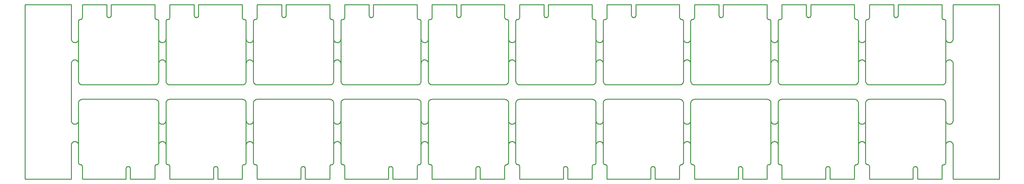
<source format=gbr>
*
%FSLAX24Y24*%
%MOIN*%
%ADD10C,0.010000*%
%IPPOS*%
%LNm386940-box.GBR*%
%LPD*%
G54D10*
X005787Y008268D02*
Y001791D01*
X006201Y000000D02*
Y001378D01*
X010925Y001142D02*
Y000000D01*
X006201D01*
X012481Y008661D02*
X006181D01*
X011398Y001142D02*
Y000000D01*
X014035Y001378D02*
Y000000D01*
X011398D01*
X014055Y008661D02*
X012382D01*
X014449Y008268D02*
Y001791D01*
X006181Y008661D02*
X006119Y008656D01*
X006059Y008642D01*
X006001Y008618D01*
X005948Y008585D01*
X005901Y008544D01*
X005861Y008497D01*
X005829Y008443D01*
X005805Y008386D01*
X005792Y008325D01*
X005787Y008268D01*
Y001791D02*
X005792Y001747D01*
X005807Y001704D01*
X005830Y001665D01*
X005861Y001633D01*
X005899Y001608D01*
X005941Y001592D01*
X005986Y001585D01*
X005994Y001585D01*
X006201Y001378D02*
X006196Y001423D01*
X006181Y001465D01*
X006158Y001504D01*
X006127Y001536D01*
X006089Y001561D01*
X006047Y001578D01*
X006003Y001584D01*
X005994Y001585D01*
X011398Y001142D02*
X011393Y001190D01*
X011378Y001236D01*
X011355Y001278D01*
X011323Y001314D01*
X011285Y001343D01*
X011241Y001364D01*
X011194Y001376D01*
X011146Y001377D01*
X011099Y001369D01*
X011054Y001352D01*
X011013Y001326D01*
X010979Y001292D01*
X010952Y001252D01*
X010934Y001207D01*
X010926Y001160D01*
X010925Y001142D01*
X014242Y001585D02*
X014197Y001580D01*
X014155Y001565D01*
X014116Y001542D01*
X014084Y001511D01*
X014059Y001473D01*
X014042Y001431D01*
X014036Y001386D01*
X014035Y001378D01*
X014449Y008268D02*
X014444Y008330D01*
X014429Y008390D01*
X014405Y008448D01*
X014372Y008501D01*
X014332Y008548D01*
X014284Y008588D01*
X014231Y008620D01*
X014173Y008643D01*
X014112Y008657D01*
X014055Y008661D01*
X014242Y001585D02*
X014287Y001590D01*
X014330Y001604D01*
X014368Y001627D01*
X014401Y001659D01*
X014426Y001696D01*
X014442Y001738D01*
X014449Y001783D01*
X014449Y001791D01*
Y010630D02*
Y017106D01*
X014035Y018898D02*
Y017520D01*
X009311Y017756D02*
Y018898D01*
X014035D01*
X007755Y010236D02*
X014055D01*
X008839Y017756D02*
Y018898D01*
X006201Y017520D02*
Y018898D01*
X008839D01*
X006181Y010236D02*
X007854D01*
X005787Y010630D02*
Y017106D01*
X014055Y010236D02*
X014117Y010241D01*
X014178Y010256D01*
X014235Y010280D01*
X014288Y010313D01*
X014335Y010353D01*
X014375Y010401D01*
X014407Y010454D01*
X014431Y010512D01*
X014445Y010573D01*
X014449Y010630D01*
Y017106D02*
X014444Y017151D01*
X014429Y017194D01*
X014406Y017232D01*
X014375Y017265D01*
X014337Y017290D01*
X014295Y017306D01*
X014251Y017313D01*
X014242Y017313D01*
X014035Y017520D02*
X014040Y017475D01*
X014055Y017432D01*
X014078Y017394D01*
X014109Y017361D01*
X014147Y017336D01*
X014189Y017320D01*
X014234Y017313D01*
X014242Y017313D01*
X008839Y017756D02*
X008844Y017708D01*
X008858Y017662D01*
X008882Y017620D01*
X008913Y017584D01*
X008952Y017554D01*
X008995Y017534D01*
X009042Y017522D01*
X009090Y017520D01*
X009138Y017528D01*
X009182Y017546D01*
X009223Y017572D01*
X009257Y017606D01*
X009284Y017646D01*
X009302Y017691D01*
X009310Y017738D01*
X009311Y017756D01*
X005994Y017313D02*
X006039Y017318D01*
X006082Y017332D01*
X006120Y017356D01*
X006153Y017387D01*
X006178Y017425D01*
X006194Y017467D01*
X006201Y017511D01*
X006201Y017520D01*
X005787Y010630D02*
X005792Y010568D01*
X005807Y010507D01*
X005831Y010450D01*
X005864Y010397D01*
X005904Y010350D01*
X005952Y010310D01*
X006005Y010278D01*
X006063Y010254D01*
X006124Y010240D01*
X006181Y010236D01*
X005994Y017313D02*
X005949Y017308D01*
X005907Y017294D01*
X005868Y017270D01*
X005836Y017239D01*
X005811Y017201D01*
X005794Y017159D01*
X005788Y017115D01*
X005787Y017106D01*
X015236Y008268D02*
Y001791D01*
X015650Y000000D02*
Y001378D01*
X020374Y001142D02*
Y000000D01*
X015650D01*
X021930Y008661D02*
X015630D01*
X020846Y001142D02*
Y000000D01*
X023484Y001378D02*
Y000000D01*
X020846D01*
X023504Y008661D02*
X021831D01*
X023898Y008268D02*
Y001791D01*
X015630Y008661D02*
X015568Y008656D01*
X015507Y008642D01*
X015450Y008618D01*
X015397Y008585D01*
X015350Y008544D01*
X015310Y008497D01*
X015278Y008443D01*
X015254Y008386D01*
X015240Y008325D01*
X015236Y008268D01*
Y001791D02*
X015241Y001747D01*
X015256Y001704D01*
X015279Y001665D01*
X015310Y001633D01*
X015348Y001608D01*
X015390Y001592D01*
X015434Y001585D01*
X015443Y001585D01*
X015650Y001378D02*
X015645Y001423D01*
X015630Y001465D01*
X015607Y001504D01*
X015576Y001536D01*
X015538Y001561D01*
X015496Y001578D01*
X015451Y001584D01*
X015443Y001585D01*
X020846Y001142D02*
X020842Y001190D01*
X020827Y001236D01*
X020803Y001278D01*
X020772Y001314D01*
X020733Y001343D01*
X020690Y001364D01*
X020643Y001376D01*
X020595Y001377D01*
X020547Y001369D01*
X020503Y001352D01*
X020462Y001326D01*
X020428Y001292D01*
X020401Y001252D01*
X020383Y001207D01*
X020375Y001160D01*
X020374Y001142D01*
X023691Y001585D02*
X023646Y001580D01*
X023603Y001565D01*
X023565Y001542D01*
X023532Y001511D01*
X023507Y001473D01*
X023491Y001431D01*
X023484Y001386D01*
X023484Y001378D01*
X023898Y008268D02*
X023893Y008330D01*
X023878Y008390D01*
X023854Y008448D01*
X023821Y008501D01*
X023781Y008548D01*
X023733Y008588D01*
X023680Y008620D01*
X023622Y008643D01*
X023561Y008657D01*
X023504Y008661D01*
X023691Y001585D02*
X023736Y001590D01*
X023778Y001604D01*
X023817Y001627D01*
X023849Y001659D01*
X023874Y001696D01*
X023891Y001738D01*
X023897Y001783D01*
X023898Y001791D01*
Y010630D02*
Y017106D01*
X023484Y018898D02*
Y017520D01*
X018760Y017756D02*
Y018898D01*
X023484D01*
X017204Y010236D02*
X023504D01*
X018287Y017756D02*
Y018898D01*
X015650Y017520D02*
Y018898D01*
X018287D01*
X015630Y010236D02*
X017303D01*
X015236Y010630D02*
Y017106D01*
X023504Y010236D02*
X023566Y010241D01*
X023627Y010256D01*
X023684Y010280D01*
X023737Y010313D01*
X023784Y010353D01*
X023824Y010401D01*
X023856Y010454D01*
X023880Y010512D01*
X023893Y010573D01*
X023898Y010630D01*
Y017106D02*
X023893Y017151D01*
X023878Y017194D01*
X023855Y017232D01*
X023824Y017265D01*
X023786Y017290D01*
X023744Y017306D01*
X023699Y017313D01*
X023691Y017313D01*
X023484Y017520D02*
X023489Y017475D01*
X023504Y017432D01*
X023527Y017394D01*
X023558Y017361D01*
X023596Y017336D01*
X023638Y017320D01*
X023682Y017313D01*
X023691Y017313D01*
X018287Y017756D02*
X018292Y017708D01*
X018307Y017662D01*
X018330Y017620D01*
X018362Y017584D01*
X018400Y017554D01*
X018444Y017534D01*
X018491Y017522D01*
X018539Y017520D01*
X018586Y017528D01*
X018631Y017546D01*
X018672Y017572D01*
X018706Y017606D01*
X018733Y017646D01*
X018751Y017691D01*
X018759Y017738D01*
X018760Y017756D01*
X015443Y017313D02*
X015488Y017318D01*
X015530Y017332D01*
X015569Y017356D01*
X015601Y017387D01*
X015626Y017425D01*
X015643Y017467D01*
X015649Y017511D01*
X015650Y017520D01*
X015236Y010630D02*
X015241Y010568D01*
X015256Y010507D01*
X015280Y010450D01*
X015313Y010397D01*
X015353Y010350D01*
X015401Y010310D01*
X015454Y010278D01*
X015512Y010254D01*
X015573Y010240D01*
X015630Y010236D01*
X015443Y017313D02*
X015398Y017308D01*
X015355Y017294D01*
X015317Y017270D01*
X015284Y017239D01*
X015259Y017201D01*
X015243Y017159D01*
X015236Y017115D01*
X015236Y017106D01*
X024685Y008268D02*
Y001791D01*
X025098Y000000D02*
Y001378D01*
X029823Y001142D02*
Y000000D01*
X025098D01*
X031378Y008661D02*
X025079D01*
X030295Y001142D02*
Y000000D01*
X032933Y001378D02*
Y000000D01*
X030295D01*
X032953Y008661D02*
X031280D01*
X033346Y008268D02*
Y001791D01*
X025079Y008661D02*
X025017Y008656D01*
X024956Y008642D01*
X024899Y008618D01*
X024846Y008585D01*
X024799Y008544D01*
X024759Y008497D01*
X024726Y008443D01*
X024703Y008386D01*
X024689Y008325D01*
X024685Y008268D01*
Y001791D02*
X024690Y001747D01*
X024704Y001704D01*
X024728Y001665D01*
X024759Y001633D01*
X024797Y001608D01*
X024839Y001592D01*
X024883Y001585D01*
X024892Y001585D01*
X025098Y001378D02*
X025094Y001423D01*
X025079Y001465D01*
X025056Y001504D01*
X025024Y001536D01*
X024987Y001561D01*
X024945Y001578D01*
X024900Y001584D01*
X024892Y001585D01*
X030295Y001142D02*
X030290Y001190D01*
X030276Y001236D01*
X030252Y001278D01*
X030221Y001314D01*
X030182Y001343D01*
X030139Y001364D01*
X030092Y001376D01*
X030044Y001377D01*
X029996Y001369D01*
X029951Y001352D01*
X029911Y001326D01*
X029877Y001292D01*
X029850Y001252D01*
X029832Y001207D01*
X029824Y001160D01*
X029823Y001142D01*
X033140Y001585D02*
X033095Y001580D01*
X033052Y001565D01*
X033014Y001542D01*
X032981Y001511D01*
X032956Y001473D01*
X032940Y001431D01*
X032933Y001386D01*
X032933Y001378D01*
X033346Y008268D02*
X033342Y008330D01*
X033327Y008390D01*
X033303Y008448D01*
X033270Y008501D01*
X033229Y008548D01*
X033182Y008588D01*
X033128Y008620D01*
X033071Y008643D01*
X033010Y008657D01*
X032953Y008661D01*
X033140Y001585D02*
X033185Y001590D01*
X033227Y001604D01*
X033266Y001627D01*
X033298Y001659D01*
X033323Y001696D01*
X033340Y001738D01*
X033346Y001783D01*
X033346Y001791D01*
Y010630D02*
Y017106D01*
X032933Y018898D02*
Y017520D01*
X028209Y017756D02*
Y018898D01*
X032933D01*
X026653Y010236D02*
X032953D01*
X027736Y017756D02*
Y018898D01*
X025098Y017520D02*
Y018898D01*
X027736D01*
X025079Y010236D02*
X026752D01*
X024685Y010630D02*
Y017106D01*
X032953Y010236D02*
X033015Y010241D01*
X033075Y010256D01*
X033133Y010280D01*
X033186Y010313D01*
X033233Y010353D01*
X033273Y010401D01*
X033305Y010454D01*
X033328Y010512D01*
X033342Y010573D01*
X033346Y010630D01*
Y017106D02*
X033342Y017151D01*
X033327Y017194D01*
X033304Y017232D01*
X033272Y017265D01*
X033235Y017290D01*
X033193Y017306D01*
X033148Y017313D01*
X033140Y017313D01*
X032933Y017520D02*
X032938Y017475D01*
X032952Y017432D01*
X032976Y017394D01*
X033007Y017361D01*
X033045Y017336D01*
X033087Y017320D01*
X033131Y017313D01*
X033140Y017313D01*
X027736Y017756D02*
X027741Y017708D01*
X027756Y017662D01*
X027779Y017620D01*
X027811Y017584D01*
X027849Y017554D01*
X027893Y017534D01*
X027939Y017522D01*
X027988Y017520D01*
X028035Y017528D01*
X028080Y017546D01*
X028121Y017572D01*
X028155Y017606D01*
X028181Y017646D01*
X028199Y017691D01*
X028208Y017738D01*
X028209Y017756D01*
X024892Y017313D02*
X024937Y017318D01*
X024979Y017332D01*
X025018Y017356D01*
X025050Y017387D01*
X025075Y017425D01*
X025091Y017467D01*
X025098Y017511D01*
X025098Y017520D01*
X024685Y010630D02*
X024690Y010568D01*
X024705Y010507D01*
X024729Y010450D01*
X024761Y010397D01*
X024802Y010350D01*
X024850Y010310D01*
X024903Y010278D01*
X024961Y010254D01*
X025022Y010240D01*
X025079Y010236D01*
X024892Y017313D02*
X024847Y017308D01*
X024804Y017294D01*
X024766Y017270D01*
X024733Y017239D01*
X024708Y017201D01*
X024692Y017159D01*
X024685Y017115D01*
X024685Y017106D01*
X034134Y008268D02*
Y001791D01*
X034547Y000000D02*
Y001378D01*
X039272Y001142D02*
Y000000D01*
X034547D01*
X040827Y008661D02*
X034528D01*
X039744Y001142D02*
Y000000D01*
X042382Y001378D02*
Y000000D01*
X039744D01*
X042402Y008661D02*
X040728D01*
X042795Y008268D02*
Y001791D01*
X034528Y008661D02*
X034465Y008656D01*
X034405Y008642D01*
X034348Y008618D01*
X034295Y008585D01*
X034247Y008544D01*
X034207Y008497D01*
X034175Y008443D01*
X034152Y008386D01*
X034138Y008325D01*
X034134Y008268D01*
Y001791D02*
X034139Y001747D01*
X034153Y001704D01*
X034177Y001665D01*
X034208Y001633D01*
X034245Y001608D01*
X034287Y001592D01*
X034332Y001585D01*
X034341Y001585D01*
X034547Y001378D02*
X034542Y001423D01*
X034528Y001465D01*
X034504Y001504D01*
X034473Y001536D01*
X034436Y001561D01*
X034394Y001578D01*
X034349Y001584D01*
X034341Y001585D01*
X039744Y001142D02*
X039739Y001190D01*
X039725Y001236D01*
X039701Y001278D01*
X039669Y001314D01*
X039631Y001343D01*
X039588Y001364D01*
X039541Y001376D01*
X039493Y001377D01*
X039445Y001369D01*
X039400Y001352D01*
X039360Y001326D01*
X039326Y001292D01*
X039299Y001252D01*
X039281Y001207D01*
X039272Y001160D01*
X039272Y001142D01*
X042589Y001585D02*
X042544Y001580D01*
X042501Y001565D01*
X042463Y001542D01*
X042430Y001511D01*
X042405Y001473D01*
X042389Y001431D01*
X042382Y001386D01*
X042382Y001378D01*
X042795Y008268D02*
X042790Y008330D01*
X042776Y008390D01*
X042752Y008448D01*
X042719Y008501D01*
X042678Y008548D01*
X042631Y008588D01*
X042577Y008620D01*
X042519Y008643D01*
X042459Y008657D01*
X042402Y008661D01*
X042589Y001585D02*
X042633Y001590D01*
X042676Y001604D01*
X042715Y001627D01*
X042747Y001659D01*
X042772Y001696D01*
X042788Y001738D01*
X042795Y001783D01*
X042795Y001791D01*
Y010630D02*
Y017106D01*
X042382Y018898D02*
Y017520D01*
X037657Y017756D02*
Y018898D01*
X042382D01*
X036102Y010236D02*
X042402D01*
X037185Y017756D02*
Y018898D01*
X034547Y017520D02*
Y018898D01*
X037185D01*
X034528Y010236D02*
X036201D01*
X034134Y010630D02*
Y017106D01*
X042402Y010236D02*
X042464Y010241D01*
X042524Y010256D01*
X042582Y010280D01*
X042635Y010313D01*
X042682Y010353D01*
X042722Y010401D01*
X042754Y010454D01*
X042777Y010512D01*
X042791Y010573D01*
X042795Y010630D01*
Y017106D02*
X042790Y017151D01*
X042776Y017194D01*
X042752Y017232D01*
X042721Y017265D01*
X042684Y017290D01*
X042642Y017306D01*
X042597Y017313D01*
X042589Y017313D01*
X042382Y017520D02*
X042387Y017475D01*
X042401Y017432D01*
X042425Y017394D01*
X042456Y017361D01*
X042493Y017336D01*
X042536Y017320D01*
X042580Y017313D01*
X042589Y017313D01*
X037185Y017756D02*
X037190Y017708D01*
X037205Y017662D01*
X037228Y017620D01*
X037260Y017584D01*
X037298Y017554D01*
X037342Y017534D01*
X037388Y017522D01*
X037436Y017520D01*
X037484Y017528D01*
X037529Y017546D01*
X037569Y017572D01*
X037604Y017606D01*
X037630Y017646D01*
X037648Y017691D01*
X037657Y017738D01*
X037657Y017756D01*
X034341Y017313D02*
X034385Y017318D01*
X034428Y017332D01*
X034467Y017356D01*
X034499Y017387D01*
X034524Y017425D01*
X034540Y017467D01*
X034547Y017511D01*
X034547Y017520D01*
X034134Y010630D02*
X034139Y010568D01*
X034153Y010507D01*
X034177Y010450D01*
X034210Y010397D01*
X034251Y010350D01*
X034299Y010310D01*
X034352Y010278D01*
X034410Y010254D01*
X034470Y010240D01*
X034528Y010236D01*
X034341Y017313D02*
X034296Y017308D01*
X034253Y017294D01*
X034215Y017270D01*
X034182Y017239D01*
X034157Y017201D01*
X034141Y017159D01*
X034134Y017115D01*
X034134Y017106D01*
X043583Y008268D02*
Y001791D01*
X043996Y000000D02*
Y001378D01*
X048720Y001142D02*
Y000000D01*
X043996D01*
X050276Y008661D02*
X043976D01*
X049193Y001142D02*
Y000000D01*
X051831Y001378D02*
Y000000D01*
X049193D01*
X051850Y008661D02*
X050177D01*
X052244Y008268D02*
Y001791D01*
X043976Y008661D02*
X043914Y008656D01*
X043854Y008642D01*
X043796Y008618D01*
X043743Y008585D01*
X043696Y008544D01*
X043656Y008497D01*
X043624Y008443D01*
X043601Y008386D01*
X043587Y008325D01*
X043583Y008268D01*
Y001791D02*
X043588Y001747D01*
X043602Y001704D01*
X043626Y001665D01*
X043657Y001633D01*
X043694Y001608D01*
X043736Y001592D01*
X043781Y001585D01*
X043789Y001585D01*
X043996Y001378D02*
X043991Y001423D01*
X043977Y001465D01*
X043953Y001504D01*
X043922Y001536D01*
X043884Y001561D01*
X043842Y001578D01*
X043798Y001584D01*
X043789Y001585D01*
X049193Y001142D02*
X049188Y001190D01*
X049173Y001236D01*
X049150Y001278D01*
X049118Y001314D01*
X049080Y001343D01*
X049036Y001364D01*
X048990Y001376D01*
X048941Y001377D01*
X048894Y001369D01*
X048849Y001352D01*
X048809Y001326D01*
X048774Y001292D01*
X048748Y001252D01*
X048730Y001207D01*
X048721Y001160D01*
X048720Y001142D01*
X052037Y001585D02*
X051993Y001580D01*
X051950Y001565D01*
X051911Y001542D01*
X051879Y001511D01*
X051854Y001473D01*
X051838Y001431D01*
X051831Y001386D01*
X051831Y001378D01*
X052244Y008268D02*
X052239Y008330D01*
X052225Y008390D01*
X052201Y008448D01*
X052168Y008501D01*
X052127Y008548D01*
X052079Y008588D01*
X052026Y008620D01*
X051968Y008643D01*
X051908Y008657D01*
X051850Y008661D01*
X052037Y001585D02*
X052082Y001590D01*
X052125Y001604D01*
X052163Y001627D01*
X052196Y001659D01*
X052221Y001696D01*
X052237Y001738D01*
X052244Y001783D01*
X052244Y001791D01*
Y010630D02*
Y017106D01*
X051831Y018898D02*
Y017520D01*
X047106Y017756D02*
Y018898D01*
X051831D01*
X045551Y010236D02*
X051850D01*
X046634Y017756D02*
Y018898D01*
X043996Y017520D02*
Y018898D01*
X046634D01*
X043976Y010236D02*
X045650D01*
X043583Y010630D02*
Y017106D01*
X051850Y010236D02*
X051912Y010241D01*
X051973Y010256D01*
X052030Y010280D01*
X052083Y010313D01*
X052131Y010353D01*
X052171Y010401D01*
X052203Y010454D01*
X052226Y010512D01*
X052240Y010573D01*
X052244Y010630D01*
Y017106D02*
X052239Y017151D01*
X052225Y017194D01*
X052201Y017232D01*
X052170Y017265D01*
X052133Y017290D01*
X052090Y017306D01*
X052046Y017313D01*
X052037Y017313D01*
X051831Y017520D02*
X051836Y017475D01*
X051850Y017432D01*
X051874Y017394D01*
X051905Y017361D01*
X051942Y017336D01*
X051984Y017320D01*
X052029Y017313D01*
X052037Y017313D01*
X046634Y017756D02*
X046639Y017708D01*
X046653Y017662D01*
X046677Y017620D01*
X046709Y017584D01*
X046747Y017554D01*
X046790Y017534D01*
X046837Y017522D01*
X046885Y017520D01*
X046933Y017528D01*
X046978Y017546D01*
X047018Y017572D01*
X047052Y017606D01*
X047079Y017646D01*
X047097Y017691D01*
X047106Y017738D01*
X047106Y017756D01*
X043789Y017313D02*
X043834Y017318D01*
X043877Y017332D01*
X043915Y017356D01*
X043948Y017387D01*
X043973Y017425D01*
X043989Y017467D01*
X043996Y017511D01*
X043996Y017520D01*
X043583Y010630D02*
X043588Y010568D01*
X043602Y010507D01*
X043626Y010450D01*
X043659Y010397D01*
X043700Y010350D01*
X043747Y010310D01*
X043801Y010278D01*
X043858Y010254D01*
X043919Y010240D01*
X043976Y010236D01*
X043789Y017313D02*
X043745Y017308D01*
X043702Y017294D01*
X043663Y017270D01*
X043631Y017239D01*
X043606Y017201D01*
X043590Y017159D01*
X043583Y017115D01*
X043583Y017106D01*
X053031Y008268D02*
Y001791D01*
X053445Y000000D02*
Y001378D01*
X058169Y001142D02*
Y000000D01*
X053445D01*
X059725Y008661D02*
X053425D01*
X058642Y001142D02*
Y000000D01*
X061280Y001378D02*
Y000000D01*
X058642D01*
X061299Y008661D02*
X059626D01*
X061693Y008268D02*
Y001791D01*
X053425Y008661D02*
X053363Y008656D01*
X053303Y008642D01*
X053245Y008618D01*
X053192Y008585D01*
X053145Y008544D01*
X053105Y008497D01*
X053073Y008443D01*
X053050Y008386D01*
X053036Y008325D01*
X053031Y008268D01*
Y001791D02*
X053036Y001747D01*
X053051Y001704D01*
X053074Y001665D01*
X053106Y001633D01*
X053143Y001608D01*
X053185Y001592D01*
X053230Y001585D01*
X053238Y001585D01*
X053445Y001378D02*
X053440Y001423D01*
X053425Y001465D01*
X053402Y001504D01*
X053371Y001536D01*
X053333Y001561D01*
X053291Y001578D01*
X053247Y001584D01*
X053238Y001585D01*
X058642Y001142D02*
X058637Y001190D01*
X058622Y001236D01*
X058599Y001278D01*
X058567Y001314D01*
X058529Y001343D01*
X058485Y001364D01*
X058438Y001376D01*
X058390Y001377D01*
X058343Y001369D01*
X058298Y001352D01*
X058257Y001326D01*
X058223Y001292D01*
X058196Y001252D01*
X058178Y001207D01*
X058170Y001160D01*
X058169Y001142D01*
X061486Y001585D02*
X061441Y001580D01*
X061399Y001565D01*
X061360Y001542D01*
X061328Y001511D01*
X061303Y001473D01*
X061286Y001431D01*
X061280Y001386D01*
X061280Y001378D01*
X061693Y008268D02*
X061688Y008330D01*
X061673Y008390D01*
X061649Y008448D01*
X061617Y008501D01*
X061576Y008548D01*
X061528Y008588D01*
X061475Y008620D01*
X061417Y008643D01*
X061356Y008657D01*
X061299Y008661D01*
X061486Y001585D02*
X061531Y001590D01*
X061574Y001604D01*
X061612Y001627D01*
X061645Y001659D01*
X061670Y001696D01*
X061686Y001738D01*
X061693Y001783D01*
X061693Y001791D01*
Y010630D02*
Y017106D01*
X061280Y018898D02*
Y017520D01*
X056555Y017756D02*
Y018898D01*
X061280D01*
X055000Y010236D02*
X061299D01*
X056083Y017756D02*
Y018898D01*
X053445Y017520D02*
Y018898D01*
X056083D01*
X053425Y010236D02*
X055098D01*
X053031Y010630D02*
Y017106D01*
X061299Y010236D02*
X061361Y010241D01*
X061422Y010256D01*
X061479Y010280D01*
X061532Y010313D01*
X061579Y010353D01*
X061619Y010401D01*
X061652Y010454D01*
X061675Y010512D01*
X061689Y010573D01*
X061693Y010630D01*
Y017106D02*
X061688Y017151D01*
X061673Y017194D01*
X061650Y017232D01*
X061619Y017265D01*
X061581Y017290D01*
X061539Y017306D01*
X061495Y017313D01*
X061486Y017313D01*
X061280Y017520D02*
X061284Y017475D01*
X061299Y017432D01*
X061322Y017394D01*
X061354Y017361D01*
X061391Y017336D01*
X061433Y017320D01*
X061478Y017313D01*
X061486Y017313D01*
X056083Y017756D02*
X056088Y017708D01*
X056102Y017662D01*
X056126Y017620D01*
X056157Y017584D01*
X056196Y017554D01*
X056239Y017534D01*
X056286Y017522D01*
X056334Y017520D01*
X056382Y017528D01*
X056427Y017546D01*
X056467Y017572D01*
X056501Y017606D01*
X056528Y017646D01*
X056546Y017691D01*
X056554Y017738D01*
X056555Y017756D01*
X053238Y017313D02*
X053283Y017318D01*
X053326Y017332D01*
X053364Y017356D01*
X053397Y017387D01*
X053422Y017425D01*
X053438Y017467D01*
X053445Y017511D01*
X053445Y017520D01*
X053031Y010630D02*
X053036Y010568D01*
X053051Y010507D01*
X053075Y010450D01*
X053108Y010397D01*
X053149Y010350D01*
X053196Y010310D01*
X053250Y010278D01*
X053307Y010254D01*
X053368Y010240D01*
X053425Y010236D01*
X053238Y017313D02*
X053193Y017308D01*
X053151Y017294D01*
X053112Y017270D01*
X053080Y017239D01*
X053055Y017201D01*
X053038Y017159D01*
X053032Y017115D01*
X053031Y017106D01*
X062480Y008268D02*
Y001791D01*
X062894Y000000D02*
Y001378D01*
X067618Y001142D02*
Y000000D01*
X062894D01*
X069174Y008661D02*
X062874D01*
X068091Y001142D02*
Y000000D01*
X070728Y001378D02*
Y000000D01*
X068091D01*
X070748Y008661D02*
X069075D01*
X071142Y008268D02*
Y001791D01*
X062874Y008661D02*
X062812Y008656D01*
X062751Y008642D01*
X062694Y008618D01*
X062641Y008585D01*
X062594Y008544D01*
X062554Y008497D01*
X062522Y008443D01*
X062498Y008386D01*
X062484Y008325D01*
X062480Y008268D01*
Y001791D02*
X062485Y001747D01*
X062500Y001704D01*
X062523Y001665D01*
X062554Y001633D01*
X062592Y001608D01*
X062634Y001592D01*
X062679Y001585D01*
X062687Y001585D01*
X062894Y001378D02*
X062889Y001423D01*
X062874Y001465D01*
X062851Y001504D01*
X062820Y001536D01*
X062782Y001561D01*
X062740Y001578D01*
X062696Y001584D01*
X062687Y001585D01*
X068091Y001142D02*
X068086Y001190D01*
X068071Y001236D01*
X068048Y001278D01*
X068016Y001314D01*
X067978Y001343D01*
X067934Y001364D01*
X067887Y001376D01*
X067839Y001377D01*
X067792Y001369D01*
X067747Y001352D01*
X067706Y001326D01*
X067672Y001292D01*
X067645Y001252D01*
X067627Y001207D01*
X067619Y001160D01*
X067618Y001142D01*
X070935Y001585D02*
X070890Y001580D01*
X070848Y001565D01*
X070809Y001542D01*
X070777Y001511D01*
X070752Y001473D01*
X070735Y001431D01*
X070729Y001386D01*
X070728Y001378D01*
X071142Y008268D02*
X071137Y008330D01*
X071122Y008390D01*
X071098Y008448D01*
X071065Y008501D01*
X071025Y008548D01*
X070977Y008588D01*
X070924Y008620D01*
X070866Y008643D01*
X070805Y008657D01*
X070748Y008661D01*
X070935Y001585D02*
X070980Y001590D01*
X071023Y001604D01*
X071061Y001627D01*
X071094Y001659D01*
X071119Y001696D01*
X071135Y001738D01*
X071142Y001783D01*
X071142Y001791D01*
Y010630D02*
Y017106D01*
X070728Y018898D02*
Y017520D01*
X066004Y017756D02*
Y018898D01*
X070728D01*
X064448Y010236D02*
X070748D01*
X065531Y017756D02*
Y018898D01*
X062894Y017520D02*
Y018898D01*
X065531D01*
X062874Y010236D02*
X064547D01*
X062480Y010630D02*
Y017106D01*
X070748Y010236D02*
X070810Y010241D01*
X070871Y010256D01*
X070928Y010280D01*
X070981Y010313D01*
X071028Y010353D01*
X071068Y010401D01*
X071100Y010454D01*
X071124Y010512D01*
X071138Y010573D01*
X071142Y010630D01*
Y017106D02*
X071137Y017151D01*
X071122Y017194D01*
X071099Y017232D01*
X071068Y017265D01*
X071030Y017290D01*
X070988Y017306D01*
X070944Y017313D01*
X070935Y017313D01*
X070728Y017520D02*
X070733Y017475D01*
X070748Y017432D01*
X070771Y017394D01*
X070802Y017361D01*
X070840Y017336D01*
X070882Y017320D01*
X070927Y017313D01*
X070935Y017313D01*
X065531Y017756D02*
X065536Y017708D01*
X065551Y017662D01*
X065575Y017620D01*
X065606Y017584D01*
X065644Y017554D01*
X065688Y017534D01*
X065735Y017522D01*
X065783Y017520D01*
X065830Y017528D01*
X065875Y017546D01*
X065916Y017572D01*
X065950Y017606D01*
X065977Y017646D01*
X065995Y017691D01*
X066003Y017738D01*
X066004Y017756D01*
X062687Y017313D02*
X062732Y017318D01*
X062774Y017332D01*
X062813Y017356D01*
X062846Y017387D01*
X062871Y017425D01*
X062887Y017467D01*
X062894Y017511D01*
X062894Y017520D01*
X062480Y010630D02*
X062485Y010568D01*
X062500Y010507D01*
X062524Y010450D01*
X062557Y010397D01*
X062597Y010350D01*
X062645Y010310D01*
X062698Y010278D01*
X062756Y010254D01*
X062817Y010240D01*
X062874Y010236D01*
X062687Y017313D02*
X062642Y017308D01*
X062600Y017294D01*
X062561Y017270D01*
X062528Y017239D01*
X062504Y017201D01*
X062487Y017159D01*
X062480Y017115D01*
X062480Y017106D01*
X071929Y008268D02*
Y001791D01*
X072343Y000000D02*
Y001378D01*
X077067Y001142D02*
Y000000D01*
X072343D01*
X078623Y008661D02*
X072323D01*
X077539Y001142D02*
Y000000D01*
X080177Y001378D02*
Y000000D01*
X077539D01*
X080197Y008661D02*
X078524D01*
X080591Y008268D02*
Y001791D01*
X072323Y008661D02*
X072261Y008656D01*
X072200Y008642D01*
X072143Y008618D01*
X072090Y008585D01*
X072043Y008544D01*
X072003Y008497D01*
X071970Y008443D01*
X071947Y008386D01*
X071933Y008325D01*
X071929Y008268D01*
Y001791D02*
X071934Y001747D01*
X071949Y001704D01*
X071972Y001665D01*
X072003Y001633D01*
X072041Y001608D01*
X072083Y001592D01*
X072127Y001585D01*
X072136Y001585D01*
X072343Y001378D02*
X072338Y001423D01*
X072323Y001465D01*
X072300Y001504D01*
X072268Y001536D01*
X072231Y001561D01*
X072189Y001578D01*
X072144Y001584D01*
X072136Y001585D01*
X077539Y001142D02*
X077534Y001190D01*
X077520Y001236D01*
X077496Y001278D01*
X077465Y001314D01*
X077426Y001343D01*
X077383Y001364D01*
X077336Y001376D01*
X077288Y001377D01*
X077240Y001369D01*
X077195Y001352D01*
X077155Y001326D01*
X077121Y001292D01*
X077094Y001252D01*
X077076Y001207D01*
X077068Y001160D01*
X077067Y001142D01*
X080384Y001585D02*
X080339Y001580D01*
X080296Y001565D01*
X080258Y001542D01*
X080225Y001511D01*
X080200Y001473D01*
X080184Y001431D01*
X080177Y001386D01*
X080177Y001378D01*
X080591Y008268D02*
X080586Y008330D01*
X080571Y008390D01*
X080547Y008448D01*
X080514Y008501D01*
X080473Y008548D01*
X080426Y008588D01*
X080373Y008620D01*
X080315Y008643D01*
X080254Y008657D01*
X080197Y008661D01*
X080384Y001585D02*
X080429Y001590D01*
X080471Y001604D01*
X080510Y001627D01*
X080542Y001659D01*
X080567Y001696D01*
X080584Y001738D01*
X080590Y001783D01*
X080591Y001791D01*
Y010630D02*
Y017106D01*
X080177Y018898D02*
Y017520D01*
X075453Y017756D02*
Y018898D01*
X080177D01*
X073897Y010236D02*
X080197D01*
X074980Y017756D02*
Y018898D01*
X072343Y017520D02*
Y018898D01*
X074980D01*
X072323Y010236D02*
X073996D01*
X071929Y010630D02*
Y017106D01*
X080197Y010236D02*
X080259Y010241D01*
X080319Y010256D01*
X080377Y010280D01*
X080430Y010313D01*
X080477Y010353D01*
X080517Y010401D01*
X080549Y010454D01*
X080572Y010512D01*
X080586Y010573D01*
X080591Y010630D01*
Y017106D02*
X080586Y017151D01*
X080571Y017194D01*
X080548Y017232D01*
X080516Y017265D01*
X080479Y017290D01*
X080437Y017306D01*
X080392Y017313D01*
X080384Y017313D01*
X080177Y017520D02*
X080182Y017475D01*
X080197Y017432D01*
X080220Y017394D01*
X080251Y017361D01*
X080289Y017336D01*
X080331Y017320D01*
X080375Y017313D01*
X080384Y017313D01*
X074980Y017756D02*
X074985Y017708D01*
X075000Y017662D01*
X075023Y017620D01*
X075055Y017584D01*
X075093Y017554D01*
X075137Y017534D01*
X075184Y017522D01*
X075232Y017520D01*
X075279Y017528D01*
X075324Y017546D01*
X075365Y017572D01*
X075399Y017606D01*
X075426Y017646D01*
X075444Y017691D01*
X075452Y017738D01*
X075453Y017756D01*
X072136Y017313D02*
X072181Y017318D01*
X072223Y017332D01*
X072262Y017356D01*
X072294Y017387D01*
X072319Y017425D01*
X072336Y017467D01*
X072342Y017511D01*
X072343Y017520D01*
X071929Y010630D02*
X071934Y010568D01*
X071949Y010507D01*
X071973Y010450D01*
X072005Y010397D01*
X072046Y010350D01*
X072094Y010310D01*
X072147Y010278D01*
X072205Y010254D01*
X072266Y010240D01*
X072323Y010236D01*
X072136Y017313D02*
X072091Y017308D01*
X072048Y017294D01*
X072010Y017270D01*
X071977Y017239D01*
X071952Y017201D01*
X071936Y017159D01*
X071929Y017115D01*
X071929Y017106D01*
X081378Y008268D02*
Y001791D01*
X081791Y000000D02*
Y001378D01*
X086516Y001142D02*
Y000000D01*
X081791D01*
X088071Y008661D02*
X081772D01*
X086988Y001142D02*
Y000000D01*
X089626Y001378D02*
Y000000D01*
X086988D01*
X089646Y008661D02*
X087972D01*
X090039Y008268D02*
Y001791D01*
X081772Y008661D02*
X081710Y008656D01*
X081649Y008642D01*
X081592Y008618D01*
X081539Y008585D01*
X081492Y008544D01*
X081451Y008497D01*
X081419Y008443D01*
X081396Y008386D01*
X081382Y008325D01*
X081378Y008268D01*
Y001791D02*
X081383Y001747D01*
X081397Y001704D01*
X081421Y001665D01*
X081452Y001633D01*
X081490Y001608D01*
X081532Y001592D01*
X081576Y001585D01*
X081585Y001585D01*
X081791Y001378D02*
X081786Y001423D01*
X081772Y001465D01*
X081748Y001504D01*
X081717Y001536D01*
X081680Y001561D01*
X081638Y001578D01*
X081593Y001584D01*
X081585Y001585D01*
X086988Y001142D02*
X086983Y001190D01*
X086969Y001236D01*
X086945Y001278D01*
X086914Y001314D01*
X086875Y001343D01*
X086832Y001364D01*
X086785Y001376D01*
X086737Y001377D01*
X086689Y001369D01*
X086644Y001352D01*
X086604Y001326D01*
X086570Y001292D01*
X086543Y001252D01*
X086525Y001207D01*
X086516Y001160D01*
X086516Y001142D01*
X089833Y001585D02*
X089788Y001580D01*
X089745Y001565D01*
X089707Y001542D01*
X089674Y001511D01*
X089649Y001473D01*
X089633Y001431D01*
X089626Y001386D01*
X089626Y001378D01*
X090039Y008268D02*
X090034Y008330D01*
X090020Y008390D01*
X089996Y008448D01*
X089963Y008501D01*
X089922Y008548D01*
X089875Y008588D01*
X089821Y008620D01*
X089764Y008643D01*
X089703Y008657D01*
X089646Y008661D01*
X089833Y001585D02*
X089877Y001590D01*
X089920Y001604D01*
X089959Y001627D01*
X089991Y001659D01*
X090016Y001696D01*
X090032Y001738D01*
X090039Y001783D01*
X090039Y001791D01*
Y010630D02*
Y017106D01*
X089626Y018898D02*
Y017520D01*
X084902Y017756D02*
Y018898D01*
X089626D01*
X083346Y010236D02*
X089646D01*
X084429Y017756D02*
Y018898D01*
X081791Y017520D02*
Y018898D01*
X084429D01*
X081772Y010236D02*
X083445D01*
X081378Y010630D02*
Y017106D01*
X089646Y010236D02*
X089708Y010241D01*
X089768Y010256D01*
X089826Y010280D01*
X089879Y010313D01*
X089926Y010353D01*
X089966Y010401D01*
X089998Y010454D01*
X090021Y010512D01*
X090035Y010573D01*
X090039Y010630D01*
Y017106D02*
X090034Y017151D01*
X090020Y017194D01*
X089997Y017232D01*
X089965Y017265D01*
X089928Y017290D01*
X089886Y017306D01*
X089841Y017313D01*
X089833Y017313D01*
X089626Y017520D02*
X089631Y017475D01*
X089645Y017432D01*
X089669Y017394D01*
X089700Y017361D01*
X089738Y017336D01*
X089780Y017320D01*
X089824Y017313D01*
X089833Y017313D01*
X084429Y017756D02*
X084434Y017708D01*
X084449Y017662D01*
X084472Y017620D01*
X084504Y017584D01*
X084542Y017554D01*
X084586Y017534D01*
X084632Y017522D01*
X084681Y017520D01*
X084728Y017528D01*
X084773Y017546D01*
X084813Y017572D01*
X084848Y017606D01*
X084874Y017646D01*
X084892Y017691D01*
X084901Y017738D01*
X084902Y017756D01*
X081585Y017313D02*
X081629Y017318D01*
X081672Y017332D01*
X081711Y017356D01*
X081743Y017387D01*
X081768Y017425D01*
X081784Y017467D01*
X081791Y017511D01*
X081791Y017520D01*
X081378Y010630D02*
X081383Y010568D01*
X081398Y010507D01*
X081422Y010450D01*
X081454Y010397D01*
X081495Y010350D01*
X081543Y010310D01*
X081596Y010278D01*
X081654Y010254D01*
X081714Y010240D01*
X081772Y010236D01*
X081585Y017313D02*
X081540Y017308D01*
X081497Y017294D01*
X081459Y017270D01*
X081426Y017239D01*
X081401Y017201D01*
X081385Y017159D01*
X081378Y017115D01*
X081378Y017106D01*
X090827Y008268D02*
Y001791D01*
X091240Y000000D02*
Y001378D01*
X095965Y001142D02*
Y000000D01*
X091240D01*
X097520Y008661D02*
X091220D01*
X096437Y001142D02*
Y000000D01*
X099075Y001378D02*
Y000000D01*
X096437D01*
X099094Y008661D02*
X097421D01*
X099488Y008268D02*
Y001791D01*
X091220Y008661D02*
X091158Y008656D01*
X091098Y008642D01*
X091040Y008618D01*
X090987Y008585D01*
X090940Y008544D01*
X090900Y008497D01*
X090868Y008443D01*
X090845Y008386D01*
X090831Y008325D01*
X090827Y008268D01*
Y001791D02*
X090832Y001747D01*
X090846Y001704D01*
X090870Y001665D01*
X090901Y001633D01*
X090938Y001608D01*
X090980Y001592D01*
X091025Y001585D01*
X091033Y001585D01*
X091240Y001378D02*
X091235Y001423D01*
X091221Y001465D01*
X091197Y001504D01*
X091166Y001536D01*
X091129Y001561D01*
X091087Y001578D01*
X091042Y001584D01*
X091033Y001585D01*
X096437Y001142D02*
X096432Y001190D01*
X096418Y001236D01*
X096394Y001278D01*
X096362Y001314D01*
X096324Y001343D01*
X096281Y001364D01*
X096234Y001376D01*
X096186Y001377D01*
X096138Y001369D01*
X096093Y001352D01*
X096053Y001326D01*
X096018Y001292D01*
X095992Y001252D01*
X095974Y001207D01*
X095965Y001160D01*
X095965Y001142D01*
X099281Y001585D02*
X099237Y001580D01*
X099194Y001565D01*
X099155Y001542D01*
X099123Y001511D01*
X099098Y001473D01*
X099082Y001431D01*
X099075Y001386D01*
X099075Y001378D01*
X099488Y008268D02*
X099483Y008330D01*
X099469Y008390D01*
X099445Y008448D01*
X099412Y008501D01*
X099371Y008548D01*
X099324Y008588D01*
X099270Y008620D01*
X099212Y008643D01*
X099152Y008657D01*
X099094Y008661D01*
X099281Y001585D02*
X099326Y001590D01*
X099369Y001604D01*
X099407Y001627D01*
X099440Y001659D01*
X099465Y001696D01*
X099481Y001738D01*
X099488Y001783D01*
X099488Y001791D01*
Y010630D02*
Y017106D01*
X099075Y018898D02*
Y017520D01*
X094350Y017756D02*
Y018898D01*
X099075D01*
X092795Y010236D02*
X099094D01*
X093878Y017756D02*
Y018898D01*
X091240Y017520D02*
Y018898D01*
X093878D01*
X091220Y010236D02*
X092894D01*
X090827Y010630D02*
Y017106D01*
X099094Y010236D02*
X099157Y010241D01*
X099217Y010256D01*
X099275Y010280D01*
X099327Y010313D01*
X099375Y010353D01*
X099415Y010401D01*
X099447Y010454D01*
X099470Y010512D01*
X099484Y010573D01*
X099488Y010630D01*
Y017106D02*
X099483Y017151D01*
X099469Y017194D01*
X099445Y017232D01*
X099414Y017265D01*
X099377Y017290D01*
X099335Y017306D01*
X099290Y017313D01*
X099281Y017313D01*
X099075Y017520D02*
X099080Y017475D01*
X099094Y017432D01*
X099118Y017394D01*
X099149Y017361D01*
X099186Y017336D01*
X099228Y017320D01*
X099273Y017313D01*
X099281Y017313D01*
X093878Y017756D02*
X093883Y017708D01*
X093897Y017662D01*
X093921Y017620D01*
X093953Y017584D01*
X093991Y017554D01*
X094034Y017534D01*
X094081Y017522D01*
X094129Y017520D01*
X094177Y017528D01*
X094222Y017546D01*
X094262Y017572D01*
X094297Y017606D01*
X094323Y017646D01*
X094341Y017691D01*
X094350Y017738D01*
X094350Y017756D01*
X091033Y017313D02*
X091078Y017318D01*
X091121Y017332D01*
X091159Y017356D01*
X091192Y017387D01*
X091217Y017425D01*
X091233Y017467D01*
X091240Y017511D01*
X091240Y017520D01*
X090827Y010630D02*
X090832Y010568D01*
X090846Y010507D01*
X090870Y010450D01*
X090903Y010397D01*
X090944Y010350D01*
X090991Y010310D01*
X091045Y010278D01*
X091103Y010254D01*
X091163Y010240D01*
X091220Y010236D01*
X091033Y017313D02*
X090989Y017308D01*
X090946Y017294D01*
X090907Y017270D01*
X090875Y017239D01*
X090850Y017201D01*
X090834Y017159D01*
X090827Y017115D01*
X090827Y017106D01*
X005787Y008268D02*
Y001791D01*
X006201Y000000D02*
Y001378D01*
X010925Y001142D02*
Y000000D01*
X006201D01*
X012481Y008661D02*
X006181D01*
X011398Y001142D02*
Y000000D01*
X014035Y001378D02*
Y000000D01*
X011398D01*
X014055Y008661D02*
X012382D01*
X014449Y008268D02*
Y001791D01*
X006181Y008661D02*
X006119Y008656D01*
X006059Y008642D01*
X006001Y008618D01*
X005948Y008585D01*
X005901Y008544D01*
X005861Y008497D01*
X005829Y008443D01*
X005805Y008386D01*
X005792Y008325D01*
X005787Y008268D01*
Y001791D02*
X005792Y001747D01*
X005807Y001704D01*
X005830Y001665D01*
X005861Y001633D01*
X005899Y001608D01*
X005941Y001592D01*
X005986Y001585D01*
X005994Y001585D01*
X006201Y001378D02*
X006196Y001423D01*
X006181Y001465D01*
X006158Y001504D01*
X006127Y001536D01*
X006089Y001561D01*
X006047Y001578D01*
X006003Y001584D01*
X005994Y001585D01*
X011398Y001142D02*
X011393Y001190D01*
X011378Y001236D01*
X011355Y001278D01*
X011323Y001314D01*
X011285Y001343D01*
X011241Y001364D01*
X011194Y001376D01*
X011146Y001377D01*
X011099Y001369D01*
X011054Y001352D01*
X011013Y001326D01*
X010979Y001292D01*
X010952Y001252D01*
X010934Y001207D01*
X010926Y001160D01*
X010925Y001142D01*
X014242Y001585D02*
X014197Y001580D01*
X014155Y001565D01*
X014116Y001542D01*
X014084Y001511D01*
X014059Y001473D01*
X014042Y001431D01*
X014036Y001386D01*
X014035Y001378D01*
X014449Y008268D02*
X014444Y008330D01*
X014429Y008390D01*
X014405Y008448D01*
X014372Y008501D01*
X014332Y008548D01*
X014284Y008588D01*
X014231Y008620D01*
X014173Y008643D01*
X014112Y008657D01*
X014055Y008661D01*
X014242Y001585D02*
X014287Y001590D01*
X014330Y001604D01*
X014368Y001627D01*
X014401Y001659D01*
X014426Y001696D01*
X014442Y001738D01*
X014449Y001783D01*
X014449Y001791D01*
Y010630D02*
Y017106D01*
X014035Y018898D02*
Y017520D01*
X009311Y017756D02*
Y018898D01*
X014035D01*
X007755Y010236D02*
X014055D01*
X008839Y017756D02*
Y018898D01*
X006201Y017520D02*
Y018898D01*
X008839D01*
X006181Y010236D02*
X007854D01*
X005787Y010630D02*
Y017106D01*
X014055Y010236D02*
X014117Y010241D01*
X014178Y010256D01*
X014235Y010280D01*
X014288Y010313D01*
X014335Y010353D01*
X014375Y010401D01*
X014407Y010454D01*
X014431Y010512D01*
X014445Y010573D01*
X014449Y010630D01*
Y017106D02*
X014444Y017151D01*
X014429Y017194D01*
X014406Y017232D01*
X014375Y017265D01*
X014337Y017290D01*
X014295Y017306D01*
X014251Y017313D01*
X014242Y017313D01*
X014035Y017520D02*
X014040Y017475D01*
X014055Y017432D01*
X014078Y017394D01*
X014109Y017361D01*
X014147Y017336D01*
X014189Y017320D01*
X014234Y017313D01*
X014242Y017313D01*
X008839Y017756D02*
X008844Y017708D01*
X008858Y017662D01*
X008882Y017620D01*
X008913Y017584D01*
X008952Y017554D01*
X008995Y017534D01*
X009042Y017522D01*
X009090Y017520D01*
X009138Y017528D01*
X009182Y017546D01*
X009223Y017572D01*
X009257Y017606D01*
X009284Y017646D01*
X009302Y017691D01*
X009310Y017738D01*
X009311Y017756D01*
X005994Y017313D02*
X006039Y017318D01*
X006082Y017332D01*
X006120Y017356D01*
X006153Y017387D01*
X006178Y017425D01*
X006194Y017467D01*
X006201Y017511D01*
X006201Y017520D01*
X005787Y010630D02*
X005792Y010568D01*
X005807Y010507D01*
X005831Y010450D01*
X005864Y010397D01*
X005904Y010350D01*
X005952Y010310D01*
X006005Y010278D01*
X006063Y010254D01*
X006124Y010240D01*
X006181Y010236D01*
X005994Y017313D02*
X005949Y017308D01*
X005907Y017294D01*
X005868Y017270D01*
X005836Y017239D01*
X005811Y017201D01*
X005794Y017159D01*
X005788Y017115D01*
X005787Y017106D01*
X015236Y008268D02*
Y001791D01*
X015650Y000000D02*
Y001378D01*
X020374Y001142D02*
Y000000D01*
X015650D01*
X021930Y008661D02*
X015630D01*
X020846Y001142D02*
Y000000D01*
X023484Y001378D02*
Y000000D01*
X020846D01*
X023504Y008661D02*
X021831D01*
X023898Y008268D02*
Y001791D01*
X015630Y008661D02*
X015568Y008656D01*
X015507Y008642D01*
X015450Y008618D01*
X015397Y008585D01*
X015350Y008544D01*
X015310Y008497D01*
X015278Y008443D01*
X015254Y008386D01*
X015240Y008325D01*
X015236Y008268D01*
Y001791D02*
X015241Y001747D01*
X015256Y001704D01*
X015279Y001665D01*
X015310Y001633D01*
X015348Y001608D01*
X015390Y001592D01*
X015434Y001585D01*
X015443Y001585D01*
X015650Y001378D02*
X015645Y001423D01*
X015630Y001465D01*
X015607Y001504D01*
X015576Y001536D01*
X015538Y001561D01*
X015496Y001578D01*
X015451Y001584D01*
X015443Y001585D01*
X020846Y001142D02*
X020842Y001190D01*
X020827Y001236D01*
X020803Y001278D01*
X020772Y001314D01*
X020733Y001343D01*
X020690Y001364D01*
X020643Y001376D01*
X020595Y001377D01*
X020547Y001369D01*
X020503Y001352D01*
X020462Y001326D01*
X020428Y001292D01*
X020401Y001252D01*
X020383Y001207D01*
X020375Y001160D01*
X020374Y001142D01*
X023691Y001585D02*
X023646Y001580D01*
X023603Y001565D01*
X023565Y001542D01*
X023532Y001511D01*
X023507Y001473D01*
X023491Y001431D01*
X023484Y001386D01*
X023484Y001378D01*
X023898Y008268D02*
X023893Y008330D01*
X023878Y008390D01*
X023854Y008448D01*
X023821Y008501D01*
X023781Y008548D01*
X023733Y008588D01*
X023680Y008620D01*
X023622Y008643D01*
X023561Y008657D01*
X023504Y008661D01*
X023691Y001585D02*
X023736Y001590D01*
X023778Y001604D01*
X023817Y001627D01*
X023849Y001659D01*
X023874Y001696D01*
X023891Y001738D01*
X023897Y001783D01*
X023898Y001791D01*
Y010630D02*
Y017106D01*
X023484Y018898D02*
Y017520D01*
X018760Y017756D02*
Y018898D01*
X023484D01*
X017204Y010236D02*
X023504D01*
X018287Y017756D02*
Y018898D01*
X015650Y017520D02*
Y018898D01*
X018287D01*
X015630Y010236D02*
X017303D01*
X015236Y010630D02*
Y017106D01*
X023504Y010236D02*
X023566Y010241D01*
X023627Y010256D01*
X023684Y010280D01*
X023737Y010313D01*
X023784Y010353D01*
X023824Y010401D01*
X023856Y010454D01*
X023880Y010512D01*
X023893Y010573D01*
X023898Y010630D01*
Y017106D02*
X023893Y017151D01*
X023878Y017194D01*
X023855Y017232D01*
X023824Y017265D01*
X023786Y017290D01*
X023744Y017306D01*
X023699Y017313D01*
X023691Y017313D01*
X023484Y017520D02*
X023489Y017475D01*
X023504Y017432D01*
X023527Y017394D01*
X023558Y017361D01*
X023596Y017336D01*
X023638Y017320D01*
X023682Y017313D01*
X023691Y017313D01*
X018287Y017756D02*
X018292Y017708D01*
X018307Y017662D01*
X018330Y017620D01*
X018362Y017584D01*
X018400Y017554D01*
X018444Y017534D01*
X018491Y017522D01*
X018539Y017520D01*
X018586Y017528D01*
X018631Y017546D01*
X018672Y017572D01*
X018706Y017606D01*
X018733Y017646D01*
X018751Y017691D01*
X018759Y017738D01*
X018760Y017756D01*
X015443Y017313D02*
X015488Y017318D01*
X015530Y017332D01*
X015569Y017356D01*
X015601Y017387D01*
X015626Y017425D01*
X015643Y017467D01*
X015649Y017511D01*
X015650Y017520D01*
X015236Y010630D02*
X015241Y010568D01*
X015256Y010507D01*
X015280Y010450D01*
X015313Y010397D01*
X015353Y010350D01*
X015401Y010310D01*
X015454Y010278D01*
X015512Y010254D01*
X015573Y010240D01*
X015630Y010236D01*
X015443Y017313D02*
X015398Y017308D01*
X015355Y017294D01*
X015317Y017270D01*
X015284Y017239D01*
X015259Y017201D01*
X015243Y017159D01*
X015236Y017115D01*
X015236Y017106D01*
X024685Y008268D02*
Y001791D01*
X025098Y000000D02*
Y001378D01*
X029823Y001142D02*
Y000000D01*
X025098D01*
X031378Y008661D02*
X025079D01*
X030295Y001142D02*
Y000000D01*
X032933Y001378D02*
Y000000D01*
X030295D01*
X032953Y008661D02*
X031280D01*
X033346Y008268D02*
Y001791D01*
X025079Y008661D02*
X025017Y008656D01*
X024956Y008642D01*
X024899Y008618D01*
X024846Y008585D01*
X024799Y008544D01*
X024759Y008497D01*
X024726Y008443D01*
X024703Y008386D01*
X024689Y008325D01*
X024685Y008268D01*
Y001791D02*
X024690Y001747D01*
X024704Y001704D01*
X024728Y001665D01*
X024759Y001633D01*
X024797Y001608D01*
X024839Y001592D01*
X024883Y001585D01*
X024892Y001585D01*
X025098Y001378D02*
X025094Y001423D01*
X025079Y001465D01*
X025056Y001504D01*
X025024Y001536D01*
X024987Y001561D01*
X024945Y001578D01*
X024900Y001584D01*
X024892Y001585D01*
X030295Y001142D02*
X030290Y001190D01*
X030276Y001236D01*
X030252Y001278D01*
X030221Y001314D01*
X030182Y001343D01*
X030139Y001364D01*
X030092Y001376D01*
X030044Y001377D01*
X029996Y001369D01*
X029951Y001352D01*
X029911Y001326D01*
X029877Y001292D01*
X029850Y001252D01*
X029832Y001207D01*
X029824Y001160D01*
X029823Y001142D01*
X033140Y001585D02*
X033095Y001580D01*
X033052Y001565D01*
X033014Y001542D01*
X032981Y001511D01*
X032956Y001473D01*
X032940Y001431D01*
X032933Y001386D01*
X032933Y001378D01*
X033346Y008268D02*
X033342Y008330D01*
X033327Y008390D01*
X033303Y008448D01*
X033270Y008501D01*
X033229Y008548D01*
X033182Y008588D01*
X033128Y008620D01*
X033071Y008643D01*
X033010Y008657D01*
X032953Y008661D01*
X033140Y001585D02*
X033185Y001590D01*
X033227Y001604D01*
X033266Y001627D01*
X033298Y001659D01*
X033323Y001696D01*
X033340Y001738D01*
X033346Y001783D01*
X033346Y001791D01*
Y010630D02*
Y017106D01*
X032933Y018898D02*
Y017520D01*
X028209Y017756D02*
Y018898D01*
X032933D01*
X026653Y010236D02*
X032953D01*
X027736Y017756D02*
Y018898D01*
X025098Y017520D02*
Y018898D01*
X027736D01*
X025079Y010236D02*
X026752D01*
X024685Y010630D02*
Y017106D01*
X032953Y010236D02*
X033015Y010241D01*
X033075Y010256D01*
X033133Y010280D01*
X033186Y010313D01*
X033233Y010353D01*
X033273Y010401D01*
X033305Y010454D01*
X033328Y010512D01*
X033342Y010573D01*
X033346Y010630D01*
Y017106D02*
X033342Y017151D01*
X033327Y017194D01*
X033304Y017232D01*
X033272Y017265D01*
X033235Y017290D01*
X033193Y017306D01*
X033148Y017313D01*
X033140Y017313D01*
X032933Y017520D02*
X032938Y017475D01*
X032952Y017432D01*
X032976Y017394D01*
X033007Y017361D01*
X033045Y017336D01*
X033087Y017320D01*
X033131Y017313D01*
X033140Y017313D01*
X027736Y017756D02*
X027741Y017708D01*
X027756Y017662D01*
X027779Y017620D01*
X027811Y017584D01*
X027849Y017554D01*
X027893Y017534D01*
X027939Y017522D01*
X027988Y017520D01*
X028035Y017528D01*
X028080Y017546D01*
X028121Y017572D01*
X028155Y017606D01*
X028181Y017646D01*
X028199Y017691D01*
X028208Y017738D01*
X028209Y017756D01*
X024892Y017313D02*
X024937Y017318D01*
X024979Y017332D01*
X025018Y017356D01*
X025050Y017387D01*
X025075Y017425D01*
X025091Y017467D01*
X025098Y017511D01*
X025098Y017520D01*
X024685Y010630D02*
X024690Y010568D01*
X024705Y010507D01*
X024729Y010450D01*
X024761Y010397D01*
X024802Y010350D01*
X024850Y010310D01*
X024903Y010278D01*
X024961Y010254D01*
X025022Y010240D01*
X025079Y010236D01*
X024892Y017313D02*
X024847Y017308D01*
X024804Y017294D01*
X024766Y017270D01*
X024733Y017239D01*
X024708Y017201D01*
X024692Y017159D01*
X024685Y017115D01*
X024685Y017106D01*
X034134Y008268D02*
Y001791D01*
X034547Y000000D02*
Y001378D01*
X039272Y001142D02*
Y000000D01*
X034547D01*
X040827Y008661D02*
X034528D01*
X039744Y001142D02*
Y000000D01*
X042382Y001378D02*
Y000000D01*
X039744D01*
X042402Y008661D02*
X040728D01*
X042795Y008268D02*
Y001791D01*
X034528Y008661D02*
X034465Y008656D01*
X034405Y008642D01*
X034348Y008618D01*
X034295Y008585D01*
X034247Y008544D01*
X034207Y008497D01*
X034175Y008443D01*
X034152Y008386D01*
X034138Y008325D01*
X034134Y008268D01*
Y001791D02*
X034139Y001747D01*
X034153Y001704D01*
X034177Y001665D01*
X034208Y001633D01*
X034245Y001608D01*
X034287Y001592D01*
X034332Y001585D01*
X034341Y001585D01*
X034547Y001378D02*
X034542Y001423D01*
X034528Y001465D01*
X034504Y001504D01*
X034473Y001536D01*
X034436Y001561D01*
X034394Y001578D01*
X034349Y001584D01*
X034341Y001585D01*
X039744Y001142D02*
X039739Y001190D01*
X039725Y001236D01*
X039701Y001278D01*
X039669Y001314D01*
X039631Y001343D01*
X039588Y001364D01*
X039541Y001376D01*
X039493Y001377D01*
X039445Y001369D01*
X039400Y001352D01*
X039360Y001326D01*
X039326Y001292D01*
X039299Y001252D01*
X039281Y001207D01*
X039272Y001160D01*
X039272Y001142D01*
X042589Y001585D02*
X042544Y001580D01*
X042501Y001565D01*
X042463Y001542D01*
X042430Y001511D01*
X042405Y001473D01*
X042389Y001431D01*
X042382Y001386D01*
X042382Y001378D01*
X042795Y008268D02*
X042790Y008330D01*
X042776Y008390D01*
X042752Y008448D01*
X042719Y008501D01*
X042678Y008548D01*
X042631Y008588D01*
X042577Y008620D01*
X042519Y008643D01*
X042459Y008657D01*
X042402Y008661D01*
X042589Y001585D02*
X042633Y001590D01*
X042676Y001604D01*
X042715Y001627D01*
X042747Y001659D01*
X042772Y001696D01*
X042788Y001738D01*
X042795Y001783D01*
X042795Y001791D01*
Y010630D02*
Y017106D01*
X042382Y018898D02*
Y017520D01*
X037657Y017756D02*
Y018898D01*
X042382D01*
X036102Y010236D02*
X042402D01*
X037185Y017756D02*
Y018898D01*
X034547Y017520D02*
Y018898D01*
X037185D01*
X034528Y010236D02*
X036201D01*
X034134Y010630D02*
Y017106D01*
X042402Y010236D02*
X042464Y010241D01*
X042524Y010256D01*
X042582Y010280D01*
X042635Y010313D01*
X042682Y010353D01*
X042722Y010401D01*
X042754Y010454D01*
X042777Y010512D01*
X042791Y010573D01*
X042795Y010630D01*
Y017106D02*
X042790Y017151D01*
X042776Y017194D01*
X042752Y017232D01*
X042721Y017265D01*
X042684Y017290D01*
X042642Y017306D01*
X042597Y017313D01*
X042589Y017313D01*
X042382Y017520D02*
X042387Y017475D01*
X042401Y017432D01*
X042425Y017394D01*
X042456Y017361D01*
X042493Y017336D01*
X042536Y017320D01*
X042580Y017313D01*
X042589Y017313D01*
X037185Y017756D02*
X037190Y017708D01*
X037205Y017662D01*
X037228Y017620D01*
X037260Y017584D01*
X037298Y017554D01*
X037342Y017534D01*
X037388Y017522D01*
X037436Y017520D01*
X037484Y017528D01*
X037529Y017546D01*
X037569Y017572D01*
X037604Y017606D01*
X037630Y017646D01*
X037648Y017691D01*
X037657Y017738D01*
X037657Y017756D01*
X034341Y017313D02*
X034385Y017318D01*
X034428Y017332D01*
X034467Y017356D01*
X034499Y017387D01*
X034524Y017425D01*
X034540Y017467D01*
X034547Y017511D01*
X034547Y017520D01*
X034134Y010630D02*
X034139Y010568D01*
X034153Y010507D01*
X034177Y010450D01*
X034210Y010397D01*
X034251Y010350D01*
X034299Y010310D01*
X034352Y010278D01*
X034410Y010254D01*
X034470Y010240D01*
X034528Y010236D01*
X034341Y017313D02*
X034296Y017308D01*
X034253Y017294D01*
X034215Y017270D01*
X034182Y017239D01*
X034157Y017201D01*
X034141Y017159D01*
X034134Y017115D01*
X034134Y017106D01*
X043583Y008268D02*
Y001791D01*
X043996Y000000D02*
Y001378D01*
X048720Y001142D02*
Y000000D01*
X043996D01*
X050276Y008661D02*
X043976D01*
X049193Y001142D02*
Y000000D01*
X051831Y001378D02*
Y000000D01*
X049193D01*
X051850Y008661D02*
X050177D01*
X052244Y008268D02*
Y001791D01*
X043976Y008661D02*
X043914Y008656D01*
X043854Y008642D01*
X043796Y008618D01*
X043743Y008585D01*
X043696Y008544D01*
X043656Y008497D01*
X043624Y008443D01*
X043601Y008386D01*
X043587Y008325D01*
X043583Y008268D01*
Y001791D02*
X043588Y001747D01*
X043602Y001704D01*
X043626Y001665D01*
X043657Y001633D01*
X043694Y001608D01*
X043736Y001592D01*
X043781Y001585D01*
X043789Y001585D01*
X043996Y001378D02*
X043991Y001423D01*
X043977Y001465D01*
X043953Y001504D01*
X043922Y001536D01*
X043884Y001561D01*
X043842Y001578D01*
X043798Y001584D01*
X043789Y001585D01*
X049193Y001142D02*
X049188Y001190D01*
X049173Y001236D01*
X049150Y001278D01*
X049118Y001314D01*
X049080Y001343D01*
X049036Y001364D01*
X048990Y001376D01*
X048941Y001377D01*
X048894Y001369D01*
X048849Y001352D01*
X048809Y001326D01*
X048774Y001292D01*
X048748Y001252D01*
X048730Y001207D01*
X048721Y001160D01*
X048720Y001142D01*
X052037Y001585D02*
X051993Y001580D01*
X051950Y001565D01*
X051911Y001542D01*
X051879Y001511D01*
X051854Y001473D01*
X051838Y001431D01*
X051831Y001386D01*
X051831Y001378D01*
X052244Y008268D02*
X052239Y008330D01*
X052225Y008390D01*
X052201Y008448D01*
X052168Y008501D01*
X052127Y008548D01*
X052079Y008588D01*
X052026Y008620D01*
X051968Y008643D01*
X051908Y008657D01*
X051850Y008661D01*
X052037Y001585D02*
X052082Y001590D01*
X052125Y001604D01*
X052163Y001627D01*
X052196Y001659D01*
X052221Y001696D01*
X052237Y001738D01*
X052244Y001783D01*
X052244Y001791D01*
Y010630D02*
Y017106D01*
X051831Y018898D02*
Y017520D01*
X047106Y017756D02*
Y018898D01*
X051831D01*
X045551Y010236D02*
X051850D01*
X046634Y017756D02*
Y018898D01*
X043996Y017520D02*
Y018898D01*
X046634D01*
X043976Y010236D02*
X045650D01*
X043583Y010630D02*
Y017106D01*
X051850Y010236D02*
X051912Y010241D01*
X051973Y010256D01*
X052030Y010280D01*
X052083Y010313D01*
X052131Y010353D01*
X052171Y010401D01*
X052203Y010454D01*
X052226Y010512D01*
X052240Y010573D01*
X052244Y010630D01*
Y017106D02*
X052239Y017151D01*
X052225Y017194D01*
X052201Y017232D01*
X052170Y017265D01*
X052133Y017290D01*
X052090Y017306D01*
X052046Y017313D01*
X052037Y017313D01*
X051831Y017520D02*
X051836Y017475D01*
X051850Y017432D01*
X051874Y017394D01*
X051905Y017361D01*
X051942Y017336D01*
X051984Y017320D01*
X052029Y017313D01*
X052037Y017313D01*
X046634Y017756D02*
X046639Y017708D01*
X046653Y017662D01*
X046677Y017620D01*
X046709Y017584D01*
X046747Y017554D01*
X046790Y017534D01*
X046837Y017522D01*
X046885Y017520D01*
X046933Y017528D01*
X046978Y017546D01*
X047018Y017572D01*
X047052Y017606D01*
X047079Y017646D01*
X047097Y017691D01*
X047106Y017738D01*
X047106Y017756D01*
X043789Y017313D02*
X043834Y017318D01*
X043877Y017332D01*
X043915Y017356D01*
X043948Y017387D01*
X043973Y017425D01*
X043989Y017467D01*
X043996Y017511D01*
X043996Y017520D01*
X043583Y010630D02*
X043588Y010568D01*
X043602Y010507D01*
X043626Y010450D01*
X043659Y010397D01*
X043700Y010350D01*
X043747Y010310D01*
X043801Y010278D01*
X043858Y010254D01*
X043919Y010240D01*
X043976Y010236D01*
X043789Y017313D02*
X043745Y017308D01*
X043702Y017294D01*
X043663Y017270D01*
X043631Y017239D01*
X043606Y017201D01*
X043590Y017159D01*
X043583Y017115D01*
X043583Y017106D01*
X053031Y008268D02*
Y001791D01*
X053445Y000000D02*
Y001378D01*
X058169Y001142D02*
Y000000D01*
X053445D01*
X059725Y008661D02*
X053425D01*
X058642Y001142D02*
Y000000D01*
X061280Y001378D02*
Y000000D01*
X058642D01*
X061299Y008661D02*
X059626D01*
X061693Y008268D02*
Y001791D01*
X053425Y008661D02*
X053363Y008656D01*
X053303Y008642D01*
X053245Y008618D01*
X053192Y008585D01*
X053145Y008544D01*
X053105Y008497D01*
X053073Y008443D01*
X053050Y008386D01*
X053036Y008325D01*
X053031Y008268D01*
Y001791D02*
X053036Y001747D01*
X053051Y001704D01*
X053074Y001665D01*
X053106Y001633D01*
X053143Y001608D01*
X053185Y001592D01*
X053230Y001585D01*
X053238Y001585D01*
X053445Y001378D02*
X053440Y001423D01*
X053425Y001465D01*
X053402Y001504D01*
X053371Y001536D01*
X053333Y001561D01*
X053291Y001578D01*
X053247Y001584D01*
X053238Y001585D01*
X058642Y001142D02*
X058637Y001190D01*
X058622Y001236D01*
X058599Y001278D01*
X058567Y001314D01*
X058529Y001343D01*
X058485Y001364D01*
X058438Y001376D01*
X058390Y001377D01*
X058343Y001369D01*
X058298Y001352D01*
X058257Y001326D01*
X058223Y001292D01*
X058196Y001252D01*
X058178Y001207D01*
X058170Y001160D01*
X058169Y001142D01*
X061486Y001585D02*
X061441Y001580D01*
X061399Y001565D01*
X061360Y001542D01*
X061328Y001511D01*
X061303Y001473D01*
X061286Y001431D01*
X061280Y001386D01*
X061280Y001378D01*
X061693Y008268D02*
X061688Y008330D01*
X061673Y008390D01*
X061649Y008448D01*
X061617Y008501D01*
X061576Y008548D01*
X061528Y008588D01*
X061475Y008620D01*
X061417Y008643D01*
X061356Y008657D01*
X061299Y008661D01*
X061486Y001585D02*
X061531Y001590D01*
X061574Y001604D01*
X061612Y001627D01*
X061645Y001659D01*
X061670Y001696D01*
X061686Y001738D01*
X061693Y001783D01*
X061693Y001791D01*
Y010630D02*
Y017106D01*
X061280Y018898D02*
Y017520D01*
X056555Y017756D02*
Y018898D01*
X061280D01*
X055000Y010236D02*
X061299D01*
X056083Y017756D02*
Y018898D01*
X053445Y017520D02*
Y018898D01*
X056083D01*
X053425Y010236D02*
X055098D01*
X053031Y010630D02*
Y017106D01*
X061299Y010236D02*
X061361Y010241D01*
X061422Y010256D01*
X061479Y010280D01*
X061532Y010313D01*
X061579Y010353D01*
X061619Y010401D01*
X061652Y010454D01*
X061675Y010512D01*
X061689Y010573D01*
X061693Y010630D01*
Y017106D02*
X061688Y017151D01*
X061673Y017194D01*
X061650Y017232D01*
X061619Y017265D01*
X061581Y017290D01*
X061539Y017306D01*
X061495Y017313D01*
X061486Y017313D01*
X061280Y017520D02*
X061284Y017475D01*
X061299Y017432D01*
X061322Y017394D01*
X061354Y017361D01*
X061391Y017336D01*
X061433Y017320D01*
X061478Y017313D01*
X061486Y017313D01*
X056083Y017756D02*
X056088Y017708D01*
X056102Y017662D01*
X056126Y017620D01*
X056157Y017584D01*
X056196Y017554D01*
X056239Y017534D01*
X056286Y017522D01*
X056334Y017520D01*
X056382Y017528D01*
X056427Y017546D01*
X056467Y017572D01*
X056501Y017606D01*
X056528Y017646D01*
X056546Y017691D01*
X056554Y017738D01*
X056555Y017756D01*
X053238Y017313D02*
X053283Y017318D01*
X053326Y017332D01*
X053364Y017356D01*
X053397Y017387D01*
X053422Y017425D01*
X053438Y017467D01*
X053445Y017511D01*
X053445Y017520D01*
X053031Y010630D02*
X053036Y010568D01*
X053051Y010507D01*
X053075Y010450D01*
X053108Y010397D01*
X053149Y010350D01*
X053196Y010310D01*
X053250Y010278D01*
X053307Y010254D01*
X053368Y010240D01*
X053425Y010236D01*
X053238Y017313D02*
X053193Y017308D01*
X053151Y017294D01*
X053112Y017270D01*
X053080Y017239D01*
X053055Y017201D01*
X053038Y017159D01*
X053032Y017115D01*
X053031Y017106D01*
X062480Y008268D02*
Y001791D01*
X062894Y000000D02*
Y001378D01*
X067618Y001142D02*
Y000000D01*
X062894D01*
X069174Y008661D02*
X062874D01*
X068091Y001142D02*
Y000000D01*
X070728Y001378D02*
Y000000D01*
X068091D01*
X070748Y008661D02*
X069075D01*
X071142Y008268D02*
Y001791D01*
X062874Y008661D02*
X062812Y008656D01*
X062751Y008642D01*
X062694Y008618D01*
X062641Y008585D01*
X062594Y008544D01*
X062554Y008497D01*
X062522Y008443D01*
X062498Y008386D01*
X062484Y008325D01*
X062480Y008268D01*
Y001791D02*
X062485Y001747D01*
X062500Y001704D01*
X062523Y001665D01*
X062554Y001633D01*
X062592Y001608D01*
X062634Y001592D01*
X062679Y001585D01*
X062687Y001585D01*
X062894Y001378D02*
X062889Y001423D01*
X062874Y001465D01*
X062851Y001504D01*
X062820Y001536D01*
X062782Y001561D01*
X062740Y001578D01*
X062696Y001584D01*
X062687Y001585D01*
X068091Y001142D02*
X068086Y001190D01*
X068071Y001236D01*
X068048Y001278D01*
X068016Y001314D01*
X067978Y001343D01*
X067934Y001364D01*
X067887Y001376D01*
X067839Y001377D01*
X067792Y001369D01*
X067747Y001352D01*
X067706Y001326D01*
X067672Y001292D01*
X067645Y001252D01*
X067627Y001207D01*
X067619Y001160D01*
X067618Y001142D01*
X070935Y001585D02*
X070890Y001580D01*
X070848Y001565D01*
X070809Y001542D01*
X070777Y001511D01*
X070752Y001473D01*
X070735Y001431D01*
X070729Y001386D01*
X070728Y001378D01*
X071142Y008268D02*
X071137Y008330D01*
X071122Y008390D01*
X071098Y008448D01*
X071065Y008501D01*
X071025Y008548D01*
X070977Y008588D01*
X070924Y008620D01*
X070866Y008643D01*
X070805Y008657D01*
X070748Y008661D01*
X070935Y001585D02*
X070980Y001590D01*
X071023Y001604D01*
X071061Y001627D01*
X071094Y001659D01*
X071119Y001696D01*
X071135Y001738D01*
X071142Y001783D01*
X071142Y001791D01*
Y010630D02*
Y017106D01*
X070728Y018898D02*
Y017520D01*
X066004Y017756D02*
Y018898D01*
X070728D01*
X064448Y010236D02*
X070748D01*
X065531Y017756D02*
Y018898D01*
X062894Y017520D02*
Y018898D01*
X065531D01*
X062874Y010236D02*
X064547D01*
X062480Y010630D02*
Y017106D01*
X070748Y010236D02*
X070810Y010241D01*
X070871Y010256D01*
X070928Y010280D01*
X070981Y010313D01*
X071028Y010353D01*
X071068Y010401D01*
X071100Y010454D01*
X071124Y010512D01*
X071138Y010573D01*
X071142Y010630D01*
Y017106D02*
X071137Y017151D01*
X071122Y017194D01*
X071099Y017232D01*
X071068Y017265D01*
X071030Y017290D01*
X070988Y017306D01*
X070944Y017313D01*
X070935Y017313D01*
X070728Y017520D02*
X070733Y017475D01*
X070748Y017432D01*
X070771Y017394D01*
X070802Y017361D01*
X070840Y017336D01*
X070882Y017320D01*
X070927Y017313D01*
X070935Y017313D01*
X065531Y017756D02*
X065536Y017708D01*
X065551Y017662D01*
X065575Y017620D01*
X065606Y017584D01*
X065644Y017554D01*
X065688Y017534D01*
X065735Y017522D01*
X065783Y017520D01*
X065830Y017528D01*
X065875Y017546D01*
X065916Y017572D01*
X065950Y017606D01*
X065977Y017646D01*
X065995Y017691D01*
X066003Y017738D01*
X066004Y017756D01*
X062687Y017313D02*
X062732Y017318D01*
X062774Y017332D01*
X062813Y017356D01*
X062846Y017387D01*
X062871Y017425D01*
X062887Y017467D01*
X062894Y017511D01*
X062894Y017520D01*
X062480Y010630D02*
X062485Y010568D01*
X062500Y010507D01*
X062524Y010450D01*
X062557Y010397D01*
X062597Y010350D01*
X062645Y010310D01*
X062698Y010278D01*
X062756Y010254D01*
X062817Y010240D01*
X062874Y010236D01*
X062687Y017313D02*
X062642Y017308D01*
X062600Y017294D01*
X062561Y017270D01*
X062528Y017239D01*
X062504Y017201D01*
X062487Y017159D01*
X062480Y017115D01*
X062480Y017106D01*
X071929Y008268D02*
Y001791D01*
X072343Y000000D02*
Y001378D01*
X077067Y001142D02*
Y000000D01*
X072343D01*
X078623Y008661D02*
X072323D01*
X077539Y001142D02*
Y000000D01*
X080177Y001378D02*
Y000000D01*
X077539D01*
X080197Y008661D02*
X078524D01*
X080591Y008268D02*
Y001791D01*
X072323Y008661D02*
X072261Y008656D01*
X072200Y008642D01*
X072143Y008618D01*
X072090Y008585D01*
X072043Y008544D01*
X072003Y008497D01*
X071970Y008443D01*
X071947Y008386D01*
X071933Y008325D01*
X071929Y008268D01*
Y001791D02*
X071934Y001747D01*
X071949Y001704D01*
X071972Y001665D01*
X072003Y001633D01*
X072041Y001608D01*
X072083Y001592D01*
X072127Y001585D01*
X072136Y001585D01*
X072343Y001378D02*
X072338Y001423D01*
X072323Y001465D01*
X072300Y001504D01*
X072268Y001536D01*
X072231Y001561D01*
X072189Y001578D01*
X072144Y001584D01*
X072136Y001585D01*
X077539Y001142D02*
X077534Y001190D01*
X077520Y001236D01*
X077496Y001278D01*
X077465Y001314D01*
X077426Y001343D01*
X077383Y001364D01*
X077336Y001376D01*
X077288Y001377D01*
X077240Y001369D01*
X077195Y001352D01*
X077155Y001326D01*
X077121Y001292D01*
X077094Y001252D01*
X077076Y001207D01*
X077068Y001160D01*
X077067Y001142D01*
X080384Y001585D02*
X080339Y001580D01*
X080296Y001565D01*
X080258Y001542D01*
X080225Y001511D01*
X080200Y001473D01*
X080184Y001431D01*
X080177Y001386D01*
X080177Y001378D01*
X080591Y008268D02*
X080586Y008330D01*
X080571Y008390D01*
X080547Y008448D01*
X080514Y008501D01*
X080473Y008548D01*
X080426Y008588D01*
X080373Y008620D01*
X080315Y008643D01*
X080254Y008657D01*
X080197Y008661D01*
X080384Y001585D02*
X080429Y001590D01*
X080471Y001604D01*
X080510Y001627D01*
X080542Y001659D01*
X080567Y001696D01*
X080584Y001738D01*
X080590Y001783D01*
X080591Y001791D01*
Y010630D02*
Y017106D01*
X080177Y018898D02*
Y017520D01*
X075453Y017756D02*
Y018898D01*
X080177D01*
X073897Y010236D02*
X080197D01*
X074980Y017756D02*
Y018898D01*
X072343Y017520D02*
Y018898D01*
X074980D01*
X072323Y010236D02*
X073996D01*
X071929Y010630D02*
Y017106D01*
X080197Y010236D02*
X080259Y010241D01*
X080319Y010256D01*
X080377Y010280D01*
X080430Y010313D01*
X080477Y010353D01*
X080517Y010401D01*
X080549Y010454D01*
X080572Y010512D01*
X080586Y010573D01*
X080591Y010630D01*
Y017106D02*
X080586Y017151D01*
X080571Y017194D01*
X080548Y017232D01*
X080516Y017265D01*
X080479Y017290D01*
X080437Y017306D01*
X080392Y017313D01*
X080384Y017313D01*
X080177Y017520D02*
X080182Y017475D01*
X080197Y017432D01*
X080220Y017394D01*
X080251Y017361D01*
X080289Y017336D01*
X080331Y017320D01*
X080375Y017313D01*
X080384Y017313D01*
X074980Y017756D02*
X074985Y017708D01*
X075000Y017662D01*
X075023Y017620D01*
X075055Y017584D01*
X075093Y017554D01*
X075137Y017534D01*
X075184Y017522D01*
X075232Y017520D01*
X075279Y017528D01*
X075324Y017546D01*
X075365Y017572D01*
X075399Y017606D01*
X075426Y017646D01*
X075444Y017691D01*
X075452Y017738D01*
X075453Y017756D01*
X072136Y017313D02*
X072181Y017318D01*
X072223Y017332D01*
X072262Y017356D01*
X072294Y017387D01*
X072319Y017425D01*
X072336Y017467D01*
X072342Y017511D01*
X072343Y017520D01*
X071929Y010630D02*
X071934Y010568D01*
X071949Y010507D01*
X071973Y010450D01*
X072005Y010397D01*
X072046Y010350D01*
X072094Y010310D01*
X072147Y010278D01*
X072205Y010254D01*
X072266Y010240D01*
X072323Y010236D01*
X072136Y017313D02*
X072091Y017308D01*
X072048Y017294D01*
X072010Y017270D01*
X071977Y017239D01*
X071952Y017201D01*
X071936Y017159D01*
X071929Y017115D01*
X071929Y017106D01*
X081378Y008268D02*
Y001791D01*
X081791Y000000D02*
Y001378D01*
X086516Y001142D02*
Y000000D01*
X081791D01*
X088071Y008661D02*
X081772D01*
X086988Y001142D02*
Y000000D01*
X089626Y001378D02*
Y000000D01*
X086988D01*
X089646Y008661D02*
X087972D01*
X090039Y008268D02*
Y001791D01*
X081772Y008661D02*
X081710Y008656D01*
X081649Y008642D01*
X081592Y008618D01*
X081539Y008585D01*
X081492Y008544D01*
X081451Y008497D01*
X081419Y008443D01*
X081396Y008386D01*
X081382Y008325D01*
X081378Y008268D01*
Y001791D02*
X081383Y001747D01*
X081397Y001704D01*
X081421Y001665D01*
X081452Y001633D01*
X081490Y001608D01*
X081532Y001592D01*
X081576Y001585D01*
X081585Y001585D01*
X081791Y001378D02*
X081786Y001423D01*
X081772Y001465D01*
X081748Y001504D01*
X081717Y001536D01*
X081680Y001561D01*
X081638Y001578D01*
X081593Y001584D01*
X081585Y001585D01*
X086988Y001142D02*
X086983Y001190D01*
X086969Y001236D01*
X086945Y001278D01*
X086914Y001314D01*
X086875Y001343D01*
X086832Y001364D01*
X086785Y001376D01*
X086737Y001377D01*
X086689Y001369D01*
X086644Y001352D01*
X086604Y001326D01*
X086570Y001292D01*
X086543Y001252D01*
X086525Y001207D01*
X086516Y001160D01*
X086516Y001142D01*
X089833Y001585D02*
X089788Y001580D01*
X089745Y001565D01*
X089707Y001542D01*
X089674Y001511D01*
X089649Y001473D01*
X089633Y001431D01*
X089626Y001386D01*
X089626Y001378D01*
X090039Y008268D02*
X090034Y008330D01*
X090020Y008390D01*
X089996Y008448D01*
X089963Y008501D01*
X089922Y008548D01*
X089875Y008588D01*
X089821Y008620D01*
X089764Y008643D01*
X089703Y008657D01*
X089646Y008661D01*
X089833Y001585D02*
X089877Y001590D01*
X089920Y001604D01*
X089959Y001627D01*
X089991Y001659D01*
X090016Y001696D01*
X090032Y001738D01*
X090039Y001783D01*
X090039Y001791D01*
Y010630D02*
Y017106D01*
X089626Y018898D02*
Y017520D01*
X084902Y017756D02*
Y018898D01*
X089626D01*
X083346Y010236D02*
X089646D01*
X084429Y017756D02*
Y018898D01*
X081791Y017520D02*
Y018898D01*
X084429D01*
X081772Y010236D02*
X083445D01*
X081378Y010630D02*
Y017106D01*
X089646Y010236D02*
X089708Y010241D01*
X089768Y010256D01*
X089826Y010280D01*
X089879Y010313D01*
X089926Y010353D01*
X089966Y010401D01*
X089998Y010454D01*
X090021Y010512D01*
X090035Y010573D01*
X090039Y010630D01*
Y017106D02*
X090034Y017151D01*
X090020Y017194D01*
X089997Y017232D01*
X089965Y017265D01*
X089928Y017290D01*
X089886Y017306D01*
X089841Y017313D01*
X089833Y017313D01*
X089626Y017520D02*
X089631Y017475D01*
X089645Y017432D01*
X089669Y017394D01*
X089700Y017361D01*
X089738Y017336D01*
X089780Y017320D01*
X089824Y017313D01*
X089833Y017313D01*
X084429Y017756D02*
X084434Y017708D01*
X084449Y017662D01*
X084472Y017620D01*
X084504Y017584D01*
X084542Y017554D01*
X084586Y017534D01*
X084632Y017522D01*
X084681Y017520D01*
X084728Y017528D01*
X084773Y017546D01*
X084813Y017572D01*
X084848Y017606D01*
X084874Y017646D01*
X084892Y017691D01*
X084901Y017738D01*
X084902Y017756D01*
X081585Y017313D02*
X081629Y017318D01*
X081672Y017332D01*
X081711Y017356D01*
X081743Y017387D01*
X081768Y017425D01*
X081784Y017467D01*
X081791Y017511D01*
X081791Y017520D01*
X081378Y010630D02*
X081383Y010568D01*
X081398Y010507D01*
X081422Y010450D01*
X081454Y010397D01*
X081495Y010350D01*
X081543Y010310D01*
X081596Y010278D01*
X081654Y010254D01*
X081714Y010240D01*
X081772Y010236D01*
X081585Y017313D02*
X081540Y017308D01*
X081497Y017294D01*
X081459Y017270D01*
X081426Y017239D01*
X081401Y017201D01*
X081385Y017159D01*
X081378Y017115D01*
X081378Y017106D01*
X090827Y008268D02*
Y001791D01*
X091240Y000000D02*
Y001378D01*
X095965Y001142D02*
Y000000D01*
X091240D01*
X097520Y008661D02*
X091220D01*
X096437Y001142D02*
Y000000D01*
X099075Y001378D02*
Y000000D01*
X096437D01*
X099094Y008661D02*
X097421D01*
X099488Y008268D02*
Y001791D01*
X091220Y008661D02*
X091158Y008656D01*
X091098Y008642D01*
X091040Y008618D01*
X090987Y008585D01*
X090940Y008544D01*
X090900Y008497D01*
X090868Y008443D01*
X090845Y008386D01*
X090831Y008325D01*
X090827Y008268D01*
Y001791D02*
X090832Y001747D01*
X090846Y001704D01*
X090870Y001665D01*
X090901Y001633D01*
X090938Y001608D01*
X090980Y001592D01*
X091025Y001585D01*
X091033Y001585D01*
X091240Y001378D02*
X091235Y001423D01*
X091221Y001465D01*
X091197Y001504D01*
X091166Y001536D01*
X091129Y001561D01*
X091087Y001578D01*
X091042Y001584D01*
X091033Y001585D01*
X096437Y001142D02*
X096432Y001190D01*
X096418Y001236D01*
X096394Y001278D01*
X096362Y001314D01*
X096324Y001343D01*
X096281Y001364D01*
X096234Y001376D01*
X096186Y001377D01*
X096138Y001369D01*
X096093Y001352D01*
X096053Y001326D01*
X096018Y001292D01*
X095992Y001252D01*
X095974Y001207D01*
X095965Y001160D01*
X095965Y001142D01*
X099281Y001585D02*
X099237Y001580D01*
X099194Y001565D01*
X099155Y001542D01*
X099123Y001511D01*
X099098Y001473D01*
X099082Y001431D01*
X099075Y001386D01*
X099075Y001378D01*
X099488Y008268D02*
X099483Y008330D01*
X099469Y008390D01*
X099445Y008448D01*
X099412Y008501D01*
X099371Y008548D01*
X099324Y008588D01*
X099270Y008620D01*
X099212Y008643D01*
X099152Y008657D01*
X099094Y008661D01*
X099281Y001585D02*
X099326Y001590D01*
X099369Y001604D01*
X099407Y001627D01*
X099440Y001659D01*
X099465Y001696D01*
X099481Y001738D01*
X099488Y001783D01*
X099488Y001791D01*
Y010630D02*
Y017106D01*
X099075Y018898D02*
Y017520D01*
X094350Y017756D02*
Y018898D01*
X099075D01*
X092795Y010236D02*
X099094D01*
X093878Y017756D02*
Y018898D01*
X091240Y017520D02*
Y018898D01*
X093878D01*
X091220Y010236D02*
X092894D01*
X090827Y010630D02*
Y017106D01*
X099094Y010236D02*
X099157Y010241D01*
X099217Y010256D01*
X099275Y010280D01*
X099327Y010313D01*
X099375Y010353D01*
X099415Y010401D01*
X099447Y010454D01*
X099470Y010512D01*
X099484Y010573D01*
X099488Y010630D01*
Y017106D02*
X099483Y017151D01*
X099469Y017194D01*
X099445Y017232D01*
X099414Y017265D01*
X099377Y017290D01*
X099335Y017306D01*
X099290Y017313D01*
X099281Y017313D01*
X099075Y017520D02*
X099080Y017475D01*
X099094Y017432D01*
X099118Y017394D01*
X099149Y017361D01*
X099186Y017336D01*
X099228Y017320D01*
X099273Y017313D01*
X099281Y017313D01*
X093878Y017756D02*
X093883Y017708D01*
X093897Y017662D01*
X093921Y017620D01*
X093953Y017584D01*
X093991Y017554D01*
X094034Y017534D01*
X094081Y017522D01*
X094129Y017520D01*
X094177Y017528D01*
X094222Y017546D01*
X094262Y017572D01*
X094297Y017606D01*
X094323Y017646D01*
X094341Y017691D01*
X094350Y017738D01*
X094350Y017756D01*
X091033Y017313D02*
X091078Y017318D01*
X091121Y017332D01*
X091159Y017356D01*
X091192Y017387D01*
X091217Y017425D01*
X091233Y017467D01*
X091240Y017511D01*
X091240Y017520D01*
X090827Y010630D02*
X090832Y010568D01*
X090846Y010507D01*
X090870Y010450D01*
X090903Y010397D01*
X090944Y010350D01*
X090991Y010310D01*
X091045Y010278D01*
X091103Y010254D01*
X091163Y010240D01*
X091220Y010236D01*
X091033Y017313D02*
X090989Y017308D01*
X090946Y017294D01*
X090907Y017270D01*
X090875Y017239D01*
X090850Y017201D01*
X090834Y017159D01*
X090827Y017115D01*
X090827Y017106D01*
X000000Y000000D02*
X005000D01*
Y003700D01*
Y018898D02*
X000000D01*
Y000000D01*
X105276D02*
X100276D01*
Y003700D01*
Y018898D02*
X105276D01*
Y000000D01*
Y009055D02*
Y009449D01*
X000000D02*
Y009055D01*
X105276Y009843D02*
Y009449D01*
X000000D02*
Y009843D01*
X005000Y003700D02*
X005005Y003762D01*
X005020Y003822D01*
X005044Y003880D01*
X005076Y003933D01*
X005117Y003980D01*
X005165Y004020D01*
X005218Y004052D01*
X005276Y004075D01*
X005336Y004089D01*
X005399Y004093D01*
X005461Y004088D01*
X005521Y004072D01*
X005578Y004047D01*
X005631Y004014D01*
X005677Y003973D01*
X005717Y003925D01*
X005748Y003871D01*
X005771Y003813D01*
X005784Y003752D01*
X005787Y003700D01*
Y006354D02*
X005782Y006292D01*
X005768Y006232D01*
X005744Y006174D01*
X005711Y006121D01*
X005670Y006074D01*
X005623Y006034D01*
X005569Y006002D01*
X005512Y005979D01*
X005451Y005965D01*
X005389Y005961D01*
X005327Y005966D01*
X005266Y005982D01*
X005209Y006007D01*
X005157Y006040D01*
X005110Y006081D01*
X005071Y006129D01*
X005039Y006183D01*
X005017Y006241D01*
X005003Y006302D01*
X005000Y006354D01*
X014449Y003700D02*
X014454Y003762D01*
X014468Y003822D01*
X014492Y003880D01*
X014525Y003933D01*
X014566Y003980D01*
X014614Y004020D01*
X014667Y004052D01*
X014725Y004075D01*
X014785Y004089D01*
X014847Y004093D01*
X014909Y004088D01*
X014970Y004072D01*
X015027Y004047D01*
X015079Y004014D01*
X015126Y003973D01*
X015166Y003925D01*
X015197Y003871D01*
X015220Y003813D01*
X015233Y003752D01*
X015236Y003700D01*
Y006354D02*
X015231Y006292D01*
X015217Y006232D01*
X015193Y006174D01*
X015160Y006121D01*
X015119Y006074D01*
X015072Y006034D01*
X015018Y006002D01*
X014960Y005979D01*
X014900Y005965D01*
X014838Y005961D01*
X014776Y005966D01*
X014715Y005982D01*
X014658Y006007D01*
X014606Y006040D01*
X014559Y006081D01*
X014519Y006129D01*
X014488Y006183D01*
X014465Y006241D01*
X014452Y006302D01*
X014449Y006354D01*
X015236Y015198D02*
X015231Y015136D01*
X015217Y015075D01*
X015193Y015018D01*
X015160Y014965D01*
X015119Y014918D01*
X015072Y014878D01*
X015018Y014846D01*
X014960Y014822D01*
X014900Y014808D01*
X014838Y014804D01*
X014776Y014810D01*
X014715Y014825D01*
X014658Y014850D01*
X014606Y014884D01*
X014559Y014925D01*
X014519Y014973D01*
X014488Y015027D01*
X014465Y015085D01*
X014452Y015146D01*
X014449Y015198D01*
Y012543D02*
X014454Y012605D01*
X014468Y012666D01*
X014492Y012723D01*
X014525Y012776D01*
X014566Y012823D01*
X014614Y012863D01*
X014667Y012896D01*
X014725Y012919D01*
X014785Y012933D01*
X014847Y012937D01*
X014909Y012931D01*
X014970Y012916D01*
X015027Y012891D01*
X015079Y012858D01*
X015126Y012816D01*
X015166Y012768D01*
X015197Y012714D01*
X015220Y012656D01*
X015233Y012596D01*
X015236Y012543D01*
X005787Y015198D02*
X005782Y015136D01*
X005768Y015075D01*
X005744Y015018D01*
X005711Y014965D01*
X005670Y014918D01*
X005623Y014878D01*
X005569Y014846D01*
X005512Y014822D01*
X005451Y014808D01*
X005389Y014804D01*
X005327Y014810D01*
X005266Y014825D01*
X005209Y014850D01*
X005157Y014884D01*
X005110Y014925D01*
X005071Y014973D01*
X005039Y015027D01*
X005017Y015085D01*
X005003Y015146D01*
X005000Y015198D01*
Y012543D02*
X005005Y012605D01*
X005020Y012666D01*
X005044Y012723D01*
X005076Y012776D01*
X005117Y012823D01*
X005165Y012863D01*
X005218Y012896D01*
X005276Y012919D01*
X005336Y012933D01*
X005399Y012937D01*
X005461Y012931D01*
X005521Y012916D01*
X005578Y012891D01*
X005631Y012858D01*
X005677Y012816D01*
X005717Y012768D01*
X005748Y012714D01*
X005771Y012656D01*
X005784Y012596D01*
X005787Y012543D01*
X014449Y003700D02*
X014454Y003762D01*
X014468Y003822D01*
X014492Y003880D01*
X014525Y003933D01*
X014566Y003980D01*
X014614Y004020D01*
X014667Y004052D01*
X014725Y004075D01*
X014785Y004089D01*
X014847Y004093D01*
X014909Y004088D01*
X014970Y004072D01*
X015027Y004047D01*
X015079Y004014D01*
X015126Y003973D01*
X015166Y003925D01*
X015197Y003871D01*
X015220Y003813D01*
X015233Y003752D01*
X015236Y003700D01*
Y006354D02*
X015231Y006292D01*
X015217Y006232D01*
X015193Y006174D01*
X015160Y006121D01*
X015119Y006074D01*
X015072Y006034D01*
X015018Y006002D01*
X014960Y005979D01*
X014900Y005965D01*
X014838Y005961D01*
X014776Y005966D01*
X014715Y005982D01*
X014658Y006007D01*
X014606Y006040D01*
X014559Y006081D01*
X014519Y006129D01*
X014488Y006183D01*
X014465Y006241D01*
X014452Y006302D01*
X014449Y006354D01*
X023898Y003700D02*
X023903Y003762D01*
X023917Y003822D01*
X023941Y003880D01*
X023974Y003933D01*
X024015Y003980D01*
X024062Y004020D01*
X024116Y004052D01*
X024173Y004075D01*
X024234Y004089D01*
X024296Y004093D01*
X024358Y004088D01*
X024419Y004072D01*
X024476Y004047D01*
X024528Y004014D01*
X024575Y003973D01*
X024614Y003925D01*
X024646Y003871D01*
X024668Y003813D01*
X024682Y003752D01*
X024685Y003700D01*
Y006354D02*
X024680Y006292D01*
X024665Y006232D01*
X024641Y006174D01*
X024609Y006121D01*
X024568Y006074D01*
X024520Y006034D01*
X024467Y006002D01*
X024409Y005979D01*
X024349Y005965D01*
X024286Y005961D01*
X024224Y005966D01*
X024164Y005982D01*
X024107Y006007D01*
X024054Y006040D01*
X024008Y006081D01*
X023968Y006129D01*
X023937Y006183D01*
X023914Y006241D01*
X023901Y006302D01*
X023898Y006354D01*
X024685Y015198D02*
X024680Y015136D01*
X024665Y015075D01*
X024641Y015018D01*
X024609Y014965D01*
X024568Y014918D01*
X024520Y014878D01*
X024467Y014846D01*
X024409Y014822D01*
X024349Y014808D01*
X024286Y014804D01*
X024224Y014810D01*
X024164Y014825D01*
X024107Y014850D01*
X024054Y014884D01*
X024008Y014925D01*
X023968Y014973D01*
X023937Y015027D01*
X023914Y015085D01*
X023901Y015146D01*
X023898Y015198D01*
Y012543D02*
X023903Y012605D01*
X023917Y012666D01*
X023941Y012723D01*
X023974Y012776D01*
X024015Y012823D01*
X024062Y012863D01*
X024116Y012896D01*
X024173Y012919D01*
X024234Y012933D01*
X024296Y012937D01*
X024358Y012931D01*
X024419Y012916D01*
X024476Y012891D01*
X024528Y012858D01*
X024575Y012816D01*
X024614Y012768D01*
X024646Y012714D01*
X024668Y012656D01*
X024682Y012596D01*
X024685Y012543D01*
X015236Y015198D02*
X015231Y015136D01*
X015217Y015075D01*
X015193Y015018D01*
X015160Y014965D01*
X015119Y014918D01*
X015072Y014878D01*
X015018Y014846D01*
X014960Y014822D01*
X014900Y014808D01*
X014838Y014804D01*
X014776Y014810D01*
X014715Y014825D01*
X014658Y014850D01*
X014606Y014884D01*
X014559Y014925D01*
X014519Y014973D01*
X014488Y015027D01*
X014465Y015085D01*
X014452Y015146D01*
X014449Y015198D01*
Y012543D02*
X014454Y012605D01*
X014468Y012666D01*
X014492Y012723D01*
X014525Y012776D01*
X014566Y012823D01*
X014614Y012863D01*
X014667Y012896D01*
X014725Y012919D01*
X014785Y012933D01*
X014847Y012937D01*
X014909Y012931D01*
X014970Y012916D01*
X015027Y012891D01*
X015079Y012858D01*
X015126Y012816D01*
X015166Y012768D01*
X015197Y012714D01*
X015220Y012656D01*
X015233Y012596D01*
X015236Y012543D01*
X023898Y003700D02*
X023903Y003762D01*
X023917Y003822D01*
X023941Y003880D01*
X023974Y003933D01*
X024015Y003980D01*
X024062Y004020D01*
X024116Y004052D01*
X024173Y004075D01*
X024234Y004089D01*
X024296Y004093D01*
X024358Y004088D01*
X024419Y004072D01*
X024476Y004047D01*
X024528Y004014D01*
X024575Y003973D01*
X024614Y003925D01*
X024646Y003871D01*
X024668Y003813D01*
X024682Y003752D01*
X024685Y003700D01*
Y006354D02*
X024680Y006292D01*
X024665Y006232D01*
X024641Y006174D01*
X024609Y006121D01*
X024568Y006074D01*
X024520Y006034D01*
X024467Y006002D01*
X024409Y005979D01*
X024349Y005965D01*
X024286Y005961D01*
X024224Y005966D01*
X024164Y005982D01*
X024107Y006007D01*
X024054Y006040D01*
X024008Y006081D01*
X023968Y006129D01*
X023937Y006183D01*
X023914Y006241D01*
X023901Y006302D01*
X023898Y006354D01*
X033346Y003700D02*
X033351Y003762D01*
X033366Y003822D01*
X033390Y003880D01*
X033423Y003933D01*
X033464Y003980D01*
X033511Y004020D01*
X033565Y004052D01*
X033622Y004075D01*
X033683Y004089D01*
X033745Y004093D01*
X033807Y004088D01*
X033867Y004072D01*
X033925Y004047D01*
X033977Y004014D01*
X034024Y003973D01*
X034063Y003925D01*
X034095Y003871D01*
X034117Y003813D01*
X034130Y003752D01*
X034134Y003700D01*
Y006354D02*
X034129Y006292D01*
X034114Y006232D01*
X034090Y006174D01*
X034058Y006121D01*
X034017Y006074D01*
X033969Y006034D01*
X033916Y006002D01*
X033858Y005979D01*
X033797Y005965D01*
X033735Y005961D01*
X033673Y005966D01*
X033613Y005982D01*
X033556Y006007D01*
X033503Y006040D01*
X033457Y006081D01*
X033417Y006129D01*
X033386Y006183D01*
X033363Y006241D01*
X033350Y006302D01*
X033346Y006354D01*
X034134Y015198D02*
X034129Y015136D01*
X034114Y015075D01*
X034090Y015018D01*
X034058Y014965D01*
X034017Y014918D01*
X033969Y014878D01*
X033916Y014846D01*
X033858Y014822D01*
X033797Y014808D01*
X033735Y014804D01*
X033673Y014810D01*
X033613Y014825D01*
X033556Y014850D01*
X033503Y014884D01*
X033457Y014925D01*
X033417Y014973D01*
X033386Y015027D01*
X033363Y015085D01*
X033350Y015146D01*
X033346Y015198D01*
Y012543D02*
X033351Y012605D01*
X033366Y012666D01*
X033390Y012723D01*
X033423Y012776D01*
X033464Y012823D01*
X033511Y012863D01*
X033565Y012896D01*
X033622Y012919D01*
X033683Y012933D01*
X033745Y012937D01*
X033807Y012931D01*
X033867Y012916D01*
X033925Y012891D01*
X033977Y012858D01*
X034024Y012816D01*
X034063Y012768D01*
X034095Y012714D01*
X034117Y012656D01*
X034130Y012596D01*
X034134Y012543D01*
X024685Y015198D02*
X024680Y015136D01*
X024665Y015075D01*
X024641Y015018D01*
X024609Y014965D01*
X024568Y014918D01*
X024520Y014878D01*
X024467Y014846D01*
X024409Y014822D01*
X024349Y014808D01*
X024286Y014804D01*
X024224Y014810D01*
X024164Y014825D01*
X024107Y014850D01*
X024054Y014884D01*
X024008Y014925D01*
X023968Y014973D01*
X023937Y015027D01*
X023914Y015085D01*
X023901Y015146D01*
X023898Y015198D01*
Y012543D02*
X023903Y012605D01*
X023917Y012666D01*
X023941Y012723D01*
X023974Y012776D01*
X024015Y012823D01*
X024062Y012863D01*
X024116Y012896D01*
X024173Y012919D01*
X024234Y012933D01*
X024296Y012937D01*
X024358Y012931D01*
X024419Y012916D01*
X024476Y012891D01*
X024528Y012858D01*
X024575Y012816D01*
X024614Y012768D01*
X024646Y012714D01*
X024668Y012656D01*
X024682Y012596D01*
X024685Y012543D01*
X033346Y003700D02*
X033351Y003762D01*
X033366Y003822D01*
X033390Y003880D01*
X033423Y003933D01*
X033464Y003980D01*
X033511Y004020D01*
X033565Y004052D01*
X033622Y004075D01*
X033683Y004089D01*
X033745Y004093D01*
X033807Y004088D01*
X033867Y004072D01*
X033925Y004047D01*
X033977Y004014D01*
X034024Y003973D01*
X034063Y003925D01*
X034095Y003871D01*
X034117Y003813D01*
X034130Y003752D01*
X034134Y003700D01*
Y006354D02*
X034129Y006292D01*
X034114Y006232D01*
X034090Y006174D01*
X034058Y006121D01*
X034017Y006074D01*
X033969Y006034D01*
X033916Y006002D01*
X033858Y005979D01*
X033797Y005965D01*
X033735Y005961D01*
X033673Y005966D01*
X033613Y005982D01*
X033556Y006007D01*
X033503Y006040D01*
X033457Y006081D01*
X033417Y006129D01*
X033386Y006183D01*
X033363Y006241D01*
X033350Y006302D01*
X033346Y006354D01*
X042795Y003700D02*
X042800Y003762D01*
X042815Y003822D01*
X042839Y003880D01*
X042872Y003933D01*
X042912Y003980D01*
X042960Y004020D01*
X043013Y004052D01*
X043071Y004075D01*
X043132Y004089D01*
X043194Y004093D01*
X043256Y004088D01*
X043316Y004072D01*
X043373Y004047D01*
X043426Y004014D01*
X043473Y003973D01*
X043512Y003925D01*
X043543Y003871D01*
X043566Y003813D01*
X043579Y003752D01*
X043583Y003700D01*
Y006354D02*
X043578Y006292D01*
X043563Y006232D01*
X043539Y006174D01*
X043506Y006121D01*
X043466Y006074D01*
X043418Y006034D01*
X043365Y006002D01*
X043307Y005979D01*
X043246Y005965D01*
X043184Y005961D01*
X043122Y005966D01*
X043062Y005982D01*
X043005Y006007D01*
X042952Y006040D01*
X042905Y006081D01*
X042866Y006129D01*
X042834Y006183D01*
X042812Y006241D01*
X042799Y006302D01*
X042795Y006354D01*
X043583Y015198D02*
X043578Y015136D01*
X043563Y015075D01*
X043539Y015018D01*
X043506Y014965D01*
X043466Y014918D01*
X043418Y014878D01*
X043365Y014846D01*
X043307Y014822D01*
X043246Y014808D01*
X043184Y014804D01*
X043122Y014810D01*
X043062Y014825D01*
X043005Y014850D01*
X042952Y014884D01*
X042905Y014925D01*
X042866Y014973D01*
X042834Y015027D01*
X042812Y015085D01*
X042799Y015146D01*
X042795Y015198D01*
Y012543D02*
X042800Y012605D01*
X042815Y012666D01*
X042839Y012723D01*
X042872Y012776D01*
X042912Y012823D01*
X042960Y012863D01*
X043013Y012896D01*
X043071Y012919D01*
X043132Y012933D01*
X043194Y012937D01*
X043256Y012931D01*
X043316Y012916D01*
X043373Y012891D01*
X043426Y012858D01*
X043473Y012816D01*
X043512Y012768D01*
X043543Y012714D01*
X043566Y012656D01*
X043579Y012596D01*
X043583Y012543D01*
X034134Y015198D02*
X034129Y015136D01*
X034114Y015075D01*
X034090Y015018D01*
X034058Y014965D01*
X034017Y014918D01*
X033969Y014878D01*
X033916Y014846D01*
X033858Y014822D01*
X033797Y014808D01*
X033735Y014804D01*
X033673Y014810D01*
X033613Y014825D01*
X033556Y014850D01*
X033503Y014884D01*
X033457Y014925D01*
X033417Y014973D01*
X033386Y015027D01*
X033363Y015085D01*
X033350Y015146D01*
X033346Y015198D01*
Y012543D02*
X033351Y012605D01*
X033366Y012666D01*
X033390Y012723D01*
X033423Y012776D01*
X033464Y012823D01*
X033511Y012863D01*
X033565Y012896D01*
X033622Y012919D01*
X033683Y012933D01*
X033745Y012937D01*
X033807Y012931D01*
X033867Y012916D01*
X033925Y012891D01*
X033977Y012858D01*
X034024Y012816D01*
X034063Y012768D01*
X034095Y012714D01*
X034117Y012656D01*
X034130Y012596D01*
X034134Y012543D01*
X042795Y003700D02*
X042800Y003762D01*
X042815Y003822D01*
X042839Y003880D01*
X042872Y003933D01*
X042912Y003980D01*
X042960Y004020D01*
X043013Y004052D01*
X043071Y004075D01*
X043132Y004089D01*
X043194Y004093D01*
X043256Y004088D01*
X043316Y004072D01*
X043373Y004047D01*
X043426Y004014D01*
X043473Y003973D01*
X043512Y003925D01*
X043543Y003871D01*
X043566Y003813D01*
X043579Y003752D01*
X043583Y003700D01*
Y006354D02*
X043578Y006292D01*
X043563Y006232D01*
X043539Y006174D01*
X043506Y006121D01*
X043466Y006074D01*
X043418Y006034D01*
X043365Y006002D01*
X043307Y005979D01*
X043246Y005965D01*
X043184Y005961D01*
X043122Y005966D01*
X043062Y005982D01*
X043005Y006007D01*
X042952Y006040D01*
X042905Y006081D01*
X042866Y006129D01*
X042834Y006183D01*
X042812Y006241D01*
X042799Y006302D01*
X042795Y006354D01*
X052244Y003700D02*
X052249Y003762D01*
X052264Y003822D01*
X052288Y003880D01*
X052320Y003933D01*
X052361Y003980D01*
X052409Y004020D01*
X052462Y004052D01*
X052520Y004075D01*
X052581Y004089D01*
X052643Y004093D01*
X052705Y004088D01*
X052765Y004072D01*
X052822Y004047D01*
X052875Y004014D01*
X052921Y003973D01*
X052961Y003925D01*
X052992Y003871D01*
X053015Y003813D01*
X053028Y003752D01*
X053031Y003700D01*
Y006354D02*
X053027Y006292D01*
X053012Y006232D01*
X052988Y006174D01*
X052955Y006121D01*
X052914Y006074D01*
X052867Y006034D01*
X052813Y006002D01*
X052756Y005979D01*
X052695Y005965D01*
X052633Y005961D01*
X052571Y005966D01*
X052511Y005982D01*
X052453Y006007D01*
X052401Y006040D01*
X052354Y006081D01*
X052315Y006129D01*
X052283Y006183D01*
X052261Y006241D01*
X052248Y006302D01*
X052244Y006354D01*
X053031Y015198D02*
X053027Y015136D01*
X053012Y015075D01*
X052988Y015018D01*
X052955Y014965D01*
X052914Y014918D01*
X052867Y014878D01*
X052813Y014846D01*
X052756Y014822D01*
X052695Y014808D01*
X052633Y014804D01*
X052571Y014810D01*
X052511Y014825D01*
X052453Y014850D01*
X052401Y014884D01*
X052354Y014925D01*
X052315Y014973D01*
X052283Y015027D01*
X052261Y015085D01*
X052248Y015146D01*
X052244Y015198D01*
Y012543D02*
X052249Y012605D01*
X052264Y012666D01*
X052288Y012723D01*
X052320Y012776D01*
X052361Y012823D01*
X052409Y012863D01*
X052462Y012896D01*
X052520Y012919D01*
X052581Y012933D01*
X052643Y012937D01*
X052705Y012931D01*
X052765Y012916D01*
X052822Y012891D01*
X052875Y012858D01*
X052921Y012816D01*
X052961Y012768D01*
X052992Y012714D01*
X053015Y012656D01*
X053028Y012596D01*
X053031Y012543D01*
X043583Y015198D02*
X043578Y015136D01*
X043563Y015075D01*
X043539Y015018D01*
X043506Y014965D01*
X043466Y014918D01*
X043418Y014878D01*
X043365Y014846D01*
X043307Y014822D01*
X043246Y014808D01*
X043184Y014804D01*
X043122Y014810D01*
X043062Y014825D01*
X043005Y014850D01*
X042952Y014884D01*
X042905Y014925D01*
X042866Y014973D01*
X042834Y015027D01*
X042812Y015085D01*
X042799Y015146D01*
X042795Y015198D01*
Y012543D02*
X042800Y012605D01*
X042815Y012666D01*
X042839Y012723D01*
X042872Y012776D01*
X042912Y012823D01*
X042960Y012863D01*
X043013Y012896D01*
X043071Y012919D01*
X043132Y012933D01*
X043194Y012937D01*
X043256Y012931D01*
X043316Y012916D01*
X043373Y012891D01*
X043426Y012858D01*
X043473Y012816D01*
X043512Y012768D01*
X043543Y012714D01*
X043566Y012656D01*
X043579Y012596D01*
X043583Y012543D01*
X052244Y003700D02*
X052249Y003762D01*
X052264Y003822D01*
X052288Y003880D01*
X052320Y003933D01*
X052361Y003980D01*
X052409Y004020D01*
X052462Y004052D01*
X052520Y004075D01*
X052581Y004089D01*
X052643Y004093D01*
X052705Y004088D01*
X052765Y004072D01*
X052822Y004047D01*
X052875Y004014D01*
X052921Y003973D01*
X052961Y003925D01*
X052992Y003871D01*
X053015Y003813D01*
X053028Y003752D01*
X053031Y003700D01*
Y006354D02*
X053027Y006292D01*
X053012Y006232D01*
X052988Y006174D01*
X052955Y006121D01*
X052914Y006074D01*
X052867Y006034D01*
X052813Y006002D01*
X052756Y005979D01*
X052695Y005965D01*
X052633Y005961D01*
X052571Y005966D01*
X052511Y005982D01*
X052453Y006007D01*
X052401Y006040D01*
X052354Y006081D01*
X052315Y006129D01*
X052283Y006183D01*
X052261Y006241D01*
X052248Y006302D01*
X052244Y006354D01*
X061693Y003700D02*
X061698Y003762D01*
X061712Y003822D01*
X061736Y003880D01*
X061769Y003933D01*
X061810Y003980D01*
X061858Y004020D01*
X061911Y004052D01*
X061969Y004075D01*
X062029Y004089D01*
X062092Y004093D01*
X062154Y004088D01*
X062214Y004072D01*
X062271Y004047D01*
X062324Y004014D01*
X062370Y003973D01*
X062410Y003925D01*
X062441Y003871D01*
X062464Y003813D01*
X062477Y003752D01*
X062480Y003700D01*
Y006354D02*
X062475Y006292D01*
X062461Y006232D01*
X062437Y006174D01*
X062404Y006121D01*
X062363Y006074D01*
X062316Y006034D01*
X062262Y006002D01*
X062205Y005979D01*
X062144Y005965D01*
X062082Y005961D01*
X062020Y005966D01*
X061959Y005982D01*
X061902Y006007D01*
X061850Y006040D01*
X061803Y006081D01*
X061764Y006129D01*
X061732Y006183D01*
X061710Y006241D01*
X061696Y006302D01*
X061693Y006354D01*
X062480Y015198D02*
X062475Y015136D01*
X062461Y015075D01*
X062437Y015018D01*
X062404Y014965D01*
X062363Y014918D01*
X062316Y014878D01*
X062262Y014846D01*
X062205Y014822D01*
X062144Y014808D01*
X062082Y014804D01*
X062020Y014810D01*
X061959Y014825D01*
X061902Y014850D01*
X061850Y014884D01*
X061803Y014925D01*
X061764Y014973D01*
X061732Y015027D01*
X061710Y015085D01*
X061696Y015146D01*
X061693Y015198D01*
Y012543D02*
X061698Y012605D01*
X061712Y012666D01*
X061736Y012723D01*
X061769Y012776D01*
X061810Y012823D01*
X061858Y012863D01*
X061911Y012896D01*
X061969Y012919D01*
X062029Y012933D01*
X062092Y012937D01*
X062154Y012931D01*
X062214Y012916D01*
X062271Y012891D01*
X062324Y012858D01*
X062370Y012816D01*
X062410Y012768D01*
X062441Y012714D01*
X062464Y012656D01*
X062477Y012596D01*
X062480Y012543D01*
X053031Y015198D02*
X053027Y015136D01*
X053012Y015075D01*
X052988Y015018D01*
X052955Y014965D01*
X052914Y014918D01*
X052867Y014878D01*
X052813Y014846D01*
X052756Y014822D01*
X052695Y014808D01*
X052633Y014804D01*
X052571Y014810D01*
X052511Y014825D01*
X052453Y014850D01*
X052401Y014884D01*
X052354Y014925D01*
X052315Y014973D01*
X052283Y015027D01*
X052261Y015085D01*
X052248Y015146D01*
X052244Y015198D01*
Y012543D02*
X052249Y012605D01*
X052264Y012666D01*
X052288Y012723D01*
X052320Y012776D01*
X052361Y012823D01*
X052409Y012863D01*
X052462Y012896D01*
X052520Y012919D01*
X052581Y012933D01*
X052643Y012937D01*
X052705Y012931D01*
X052765Y012916D01*
X052822Y012891D01*
X052875Y012858D01*
X052921Y012816D01*
X052961Y012768D01*
X052992Y012714D01*
X053015Y012656D01*
X053028Y012596D01*
X053031Y012543D01*
X061693Y003700D02*
X061698Y003762D01*
X061712Y003822D01*
X061736Y003880D01*
X061769Y003933D01*
X061810Y003980D01*
X061858Y004020D01*
X061911Y004052D01*
X061969Y004075D01*
X062029Y004089D01*
X062092Y004093D01*
X062154Y004088D01*
X062214Y004072D01*
X062271Y004047D01*
X062324Y004014D01*
X062370Y003973D01*
X062410Y003925D01*
X062441Y003871D01*
X062464Y003813D01*
X062477Y003752D01*
X062480Y003700D01*
Y006354D02*
X062475Y006292D01*
X062461Y006232D01*
X062437Y006174D01*
X062404Y006121D01*
X062363Y006074D01*
X062316Y006034D01*
X062262Y006002D01*
X062205Y005979D01*
X062144Y005965D01*
X062082Y005961D01*
X062020Y005966D01*
X061959Y005982D01*
X061902Y006007D01*
X061850Y006040D01*
X061803Y006081D01*
X061764Y006129D01*
X061732Y006183D01*
X061710Y006241D01*
X061696Y006302D01*
X061693Y006354D01*
X071142Y003700D02*
X071147Y003762D01*
X071161Y003822D01*
X071185Y003880D01*
X071218Y003933D01*
X071259Y003980D01*
X071306Y004020D01*
X071360Y004052D01*
X071418Y004075D01*
X071478Y004089D01*
X071540Y004093D01*
X071602Y004088D01*
X071663Y004072D01*
X071720Y004047D01*
X071772Y004014D01*
X071819Y003973D01*
X071859Y003925D01*
X071890Y003871D01*
X071913Y003813D01*
X071926Y003752D01*
X071929Y003700D01*
Y006354D02*
X071924Y006292D01*
X071910Y006232D01*
X071886Y006174D01*
X071853Y006121D01*
X071812Y006074D01*
X071764Y006034D01*
X071711Y006002D01*
X071653Y005979D01*
X071593Y005965D01*
X071531Y005961D01*
X071468Y005966D01*
X071408Y005982D01*
X071351Y006007D01*
X071298Y006040D01*
X071252Y006081D01*
X071212Y006129D01*
X071181Y006183D01*
X071158Y006241D01*
X071145Y006302D01*
X071142Y006354D01*
X071929Y015198D02*
X071924Y015136D01*
X071910Y015075D01*
X071886Y015018D01*
X071853Y014965D01*
X071812Y014918D01*
X071764Y014878D01*
X071711Y014846D01*
X071653Y014822D01*
X071593Y014808D01*
X071531Y014804D01*
X071468Y014810D01*
X071408Y014825D01*
X071351Y014850D01*
X071298Y014884D01*
X071252Y014925D01*
X071212Y014973D01*
X071181Y015027D01*
X071158Y015085D01*
X071145Y015146D01*
X071142Y015198D01*
Y012543D02*
X071147Y012605D01*
X071161Y012666D01*
X071185Y012723D01*
X071218Y012776D01*
X071259Y012823D01*
X071306Y012863D01*
X071360Y012896D01*
X071418Y012919D01*
X071478Y012933D01*
X071540Y012937D01*
X071602Y012931D01*
X071663Y012916D01*
X071720Y012891D01*
X071772Y012858D01*
X071819Y012816D01*
X071859Y012768D01*
X071890Y012714D01*
X071913Y012656D01*
X071926Y012596D01*
X071929Y012543D01*
X062480Y015198D02*
X062475Y015136D01*
X062461Y015075D01*
X062437Y015018D01*
X062404Y014965D01*
X062363Y014918D01*
X062316Y014878D01*
X062262Y014846D01*
X062205Y014822D01*
X062144Y014808D01*
X062082Y014804D01*
X062020Y014810D01*
X061959Y014825D01*
X061902Y014850D01*
X061850Y014884D01*
X061803Y014925D01*
X061764Y014973D01*
X061732Y015027D01*
X061710Y015085D01*
X061696Y015146D01*
X061693Y015198D01*
Y012543D02*
X061698Y012605D01*
X061712Y012666D01*
X061736Y012723D01*
X061769Y012776D01*
X061810Y012823D01*
X061858Y012863D01*
X061911Y012896D01*
X061969Y012919D01*
X062029Y012933D01*
X062092Y012937D01*
X062154Y012931D01*
X062214Y012916D01*
X062271Y012891D01*
X062324Y012858D01*
X062370Y012816D01*
X062410Y012768D01*
X062441Y012714D01*
X062464Y012656D01*
X062477Y012596D01*
X062480Y012543D01*
X071142Y003700D02*
X071147Y003762D01*
X071161Y003822D01*
X071185Y003880D01*
X071218Y003933D01*
X071259Y003980D01*
X071306Y004020D01*
X071360Y004052D01*
X071418Y004075D01*
X071478Y004089D01*
X071540Y004093D01*
X071602Y004088D01*
X071663Y004072D01*
X071720Y004047D01*
X071772Y004014D01*
X071819Y003973D01*
X071859Y003925D01*
X071890Y003871D01*
X071913Y003813D01*
X071926Y003752D01*
X071929Y003700D01*
Y006354D02*
X071924Y006292D01*
X071910Y006232D01*
X071886Y006174D01*
X071853Y006121D01*
X071812Y006074D01*
X071764Y006034D01*
X071711Y006002D01*
X071653Y005979D01*
X071593Y005965D01*
X071531Y005961D01*
X071468Y005966D01*
X071408Y005982D01*
X071351Y006007D01*
X071298Y006040D01*
X071252Y006081D01*
X071212Y006129D01*
X071181Y006183D01*
X071158Y006241D01*
X071145Y006302D01*
X071142Y006354D01*
X080591Y003700D02*
X080595Y003762D01*
X080610Y003822D01*
X080634Y003880D01*
X080667Y003933D01*
X080708Y003980D01*
X080755Y004020D01*
X080809Y004052D01*
X080866Y004075D01*
X080927Y004089D01*
X080989Y004093D01*
X081051Y004088D01*
X081112Y004072D01*
X081169Y004047D01*
X081221Y004014D01*
X081268Y003973D01*
X081307Y003925D01*
X081339Y003871D01*
X081361Y003813D01*
X081374Y003752D01*
X081378Y003700D01*
Y006354D02*
X081373Y006292D01*
X081358Y006232D01*
X081334Y006174D01*
X081302Y006121D01*
X081261Y006074D01*
X081213Y006034D01*
X081160Y006002D01*
X081102Y005979D01*
X081041Y005965D01*
X080979Y005961D01*
X080917Y005966D01*
X080857Y005982D01*
X080800Y006007D01*
X080747Y006040D01*
X080701Y006081D01*
X080661Y006129D01*
X080630Y006183D01*
X080607Y006241D01*
X080594Y006302D01*
X080591Y006354D01*
X081378Y015198D02*
X081373Y015136D01*
X081358Y015075D01*
X081334Y015018D01*
X081302Y014965D01*
X081261Y014918D01*
X081213Y014878D01*
X081160Y014846D01*
X081102Y014822D01*
X081041Y014808D01*
X080979Y014804D01*
X080917Y014810D01*
X080857Y014825D01*
X080800Y014850D01*
X080747Y014884D01*
X080701Y014925D01*
X080661Y014973D01*
X080630Y015027D01*
X080607Y015085D01*
X080594Y015146D01*
X080591Y015198D01*
Y012543D02*
X080595Y012605D01*
X080610Y012666D01*
X080634Y012723D01*
X080667Y012776D01*
X080708Y012823D01*
X080755Y012863D01*
X080809Y012896D01*
X080866Y012919D01*
X080927Y012933D01*
X080989Y012937D01*
X081051Y012931D01*
X081112Y012916D01*
X081169Y012891D01*
X081221Y012858D01*
X081268Y012816D01*
X081307Y012768D01*
X081339Y012714D01*
X081361Y012656D01*
X081374Y012596D01*
X081378Y012543D01*
X071929Y015198D02*
X071924Y015136D01*
X071910Y015075D01*
X071886Y015018D01*
X071853Y014965D01*
X071812Y014918D01*
X071764Y014878D01*
X071711Y014846D01*
X071653Y014822D01*
X071593Y014808D01*
X071531Y014804D01*
X071468Y014810D01*
X071408Y014825D01*
X071351Y014850D01*
X071298Y014884D01*
X071252Y014925D01*
X071212Y014973D01*
X071181Y015027D01*
X071158Y015085D01*
X071145Y015146D01*
X071142Y015198D01*
Y012543D02*
X071147Y012605D01*
X071161Y012666D01*
X071185Y012723D01*
X071218Y012776D01*
X071259Y012823D01*
X071306Y012863D01*
X071360Y012896D01*
X071418Y012919D01*
X071478Y012933D01*
X071540Y012937D01*
X071602Y012931D01*
X071663Y012916D01*
X071720Y012891D01*
X071772Y012858D01*
X071819Y012816D01*
X071859Y012768D01*
X071890Y012714D01*
X071913Y012656D01*
X071926Y012596D01*
X071929Y012543D01*
X080591Y003700D02*
X080595Y003762D01*
X080610Y003822D01*
X080634Y003880D01*
X080667Y003933D01*
X080708Y003980D01*
X080755Y004020D01*
X080809Y004052D01*
X080866Y004075D01*
X080927Y004089D01*
X080989Y004093D01*
X081051Y004088D01*
X081112Y004072D01*
X081169Y004047D01*
X081221Y004014D01*
X081268Y003973D01*
X081307Y003925D01*
X081339Y003871D01*
X081361Y003813D01*
X081374Y003752D01*
X081378Y003700D01*
Y006354D02*
X081373Y006292D01*
X081358Y006232D01*
X081334Y006174D01*
X081302Y006121D01*
X081261Y006074D01*
X081213Y006034D01*
X081160Y006002D01*
X081102Y005979D01*
X081041Y005965D01*
X080979Y005961D01*
X080917Y005966D01*
X080857Y005982D01*
X080800Y006007D01*
X080747Y006040D01*
X080701Y006081D01*
X080661Y006129D01*
X080630Y006183D01*
X080607Y006241D01*
X080594Y006302D01*
X080591Y006354D01*
X090039Y003700D02*
X090044Y003762D01*
X090059Y003822D01*
X090083Y003880D01*
X090116Y003933D01*
X090156Y003980D01*
X090204Y004020D01*
X090257Y004052D01*
X090315Y004075D01*
X090376Y004089D01*
X090438Y004093D01*
X090500Y004088D01*
X090560Y004072D01*
X090617Y004047D01*
X090670Y004014D01*
X090717Y003973D01*
X090756Y003925D01*
X090788Y003871D01*
X090810Y003813D01*
X090823Y003752D01*
X090827Y003700D01*
Y006354D02*
X090822Y006292D01*
X090807Y006232D01*
X090783Y006174D01*
X090750Y006121D01*
X090710Y006074D01*
X090662Y006034D01*
X090609Y006002D01*
X090551Y005979D01*
X090490Y005965D01*
X090428Y005961D01*
X090366Y005966D01*
X090306Y005982D01*
X090249Y006007D01*
X090196Y006040D01*
X090150Y006081D01*
X090110Y006129D01*
X090079Y006183D01*
X090056Y006241D01*
X090043Y006302D01*
X090039Y006354D01*
X090827Y015198D02*
X090822Y015136D01*
X090807Y015075D01*
X090783Y015018D01*
X090750Y014965D01*
X090710Y014918D01*
X090662Y014878D01*
X090609Y014846D01*
X090551Y014822D01*
X090490Y014808D01*
X090428Y014804D01*
X090366Y014810D01*
X090306Y014825D01*
X090249Y014850D01*
X090196Y014884D01*
X090150Y014925D01*
X090110Y014973D01*
X090079Y015027D01*
X090056Y015085D01*
X090043Y015146D01*
X090039Y015198D01*
Y012543D02*
X090044Y012605D01*
X090059Y012666D01*
X090083Y012723D01*
X090116Y012776D01*
X090156Y012823D01*
X090204Y012863D01*
X090257Y012896D01*
X090315Y012919D01*
X090376Y012933D01*
X090438Y012937D01*
X090500Y012931D01*
X090560Y012916D01*
X090617Y012891D01*
X090670Y012858D01*
X090717Y012816D01*
X090756Y012768D01*
X090788Y012714D01*
X090810Y012656D01*
X090823Y012596D01*
X090827Y012543D01*
X081378Y015198D02*
X081373Y015136D01*
X081358Y015075D01*
X081334Y015018D01*
X081302Y014965D01*
X081261Y014918D01*
X081213Y014878D01*
X081160Y014846D01*
X081102Y014822D01*
X081041Y014808D01*
X080979Y014804D01*
X080917Y014810D01*
X080857Y014825D01*
X080800Y014850D01*
X080747Y014884D01*
X080701Y014925D01*
X080661Y014973D01*
X080630Y015027D01*
X080607Y015085D01*
X080594Y015146D01*
X080591Y015198D01*
Y012543D02*
X080595Y012605D01*
X080610Y012666D01*
X080634Y012723D01*
X080667Y012776D01*
X080708Y012823D01*
X080755Y012863D01*
X080809Y012896D01*
X080866Y012919D01*
X080927Y012933D01*
X080989Y012937D01*
X081051Y012931D01*
X081112Y012916D01*
X081169Y012891D01*
X081221Y012858D01*
X081268Y012816D01*
X081307Y012768D01*
X081339Y012714D01*
X081361Y012656D01*
X081374Y012596D01*
X081378Y012543D01*
X090039Y003700D02*
X090044Y003762D01*
X090059Y003822D01*
X090083Y003880D01*
X090116Y003933D01*
X090156Y003980D01*
X090204Y004020D01*
X090257Y004052D01*
X090315Y004075D01*
X090376Y004089D01*
X090438Y004093D01*
X090500Y004088D01*
X090560Y004072D01*
X090617Y004047D01*
X090670Y004014D01*
X090717Y003973D01*
X090756Y003925D01*
X090788Y003871D01*
X090810Y003813D01*
X090823Y003752D01*
X090827Y003700D01*
Y006354D02*
X090822Y006292D01*
X090807Y006232D01*
X090783Y006174D01*
X090750Y006121D01*
X090710Y006074D01*
X090662Y006034D01*
X090609Y006002D01*
X090551Y005979D01*
X090490Y005965D01*
X090428Y005961D01*
X090366Y005966D01*
X090306Y005982D01*
X090249Y006007D01*
X090196Y006040D01*
X090150Y006081D01*
X090110Y006129D01*
X090079Y006183D01*
X090056Y006241D01*
X090043Y006302D01*
X090039Y006354D01*
X099488Y003700D02*
X099493Y003762D01*
X099508Y003822D01*
X099532Y003880D01*
X099565Y003933D01*
X099605Y003980D01*
X099653Y004020D01*
X099706Y004052D01*
X099764Y004075D01*
X099825Y004089D01*
X099887Y004093D01*
X099949Y004088D01*
X100009Y004072D01*
X100066Y004047D01*
X100119Y004014D01*
X100165Y003973D01*
X100205Y003925D01*
X100236Y003871D01*
X100259Y003813D01*
X100272Y003752D01*
X100276Y003700D01*
Y006354D02*
X100271Y006292D01*
X100256Y006232D01*
X100232Y006174D01*
X100199Y006121D01*
X100159Y006074D01*
X100111Y006034D01*
X100058Y006002D01*
X100000Y005979D01*
X099939Y005965D01*
X099877Y005961D01*
X099815Y005966D01*
X099755Y005982D01*
X099697Y006007D01*
X099645Y006040D01*
X099598Y006081D01*
X099559Y006129D01*
X099527Y006183D01*
X099505Y006241D01*
X099492Y006302D01*
X099488Y006354D01*
X100276Y015198D02*
X100271Y015136D01*
X100256Y015075D01*
X100232Y015018D01*
X100199Y014965D01*
X100159Y014918D01*
X100111Y014878D01*
X100058Y014846D01*
X100000Y014822D01*
X099939Y014808D01*
X099877Y014804D01*
X099815Y014810D01*
X099755Y014825D01*
X099697Y014850D01*
X099645Y014884D01*
X099598Y014925D01*
X099559Y014973D01*
X099527Y015027D01*
X099505Y015085D01*
X099492Y015146D01*
X099488Y015198D01*
Y012543D02*
X099493Y012605D01*
X099508Y012666D01*
X099532Y012723D01*
X099565Y012776D01*
X099605Y012823D01*
X099653Y012863D01*
X099706Y012896D01*
X099764Y012919D01*
X099825Y012933D01*
X099887Y012937D01*
X099949Y012931D01*
X100009Y012916D01*
X100066Y012891D01*
X100119Y012858D01*
X100165Y012816D01*
X100205Y012768D01*
X100236Y012714D01*
X100259Y012656D01*
X100272Y012596D01*
X100276Y012543D01*
X090827Y015198D02*
X090822Y015136D01*
X090807Y015075D01*
X090783Y015018D01*
X090750Y014965D01*
X090710Y014918D01*
X090662Y014878D01*
X090609Y014846D01*
X090551Y014822D01*
X090490Y014808D01*
X090428Y014804D01*
X090366Y014810D01*
X090306Y014825D01*
X090249Y014850D01*
X090196Y014884D01*
X090150Y014925D01*
X090110Y014973D01*
X090079Y015027D01*
X090056Y015085D01*
X090043Y015146D01*
X090039Y015198D01*
Y012543D02*
X090044Y012605D01*
X090059Y012666D01*
X090083Y012723D01*
X090116Y012776D01*
X090156Y012823D01*
X090204Y012863D01*
X090257Y012896D01*
X090315Y012919D01*
X090376Y012933D01*
X090438Y012937D01*
X090500Y012931D01*
X090560Y012916D01*
X090617Y012891D01*
X090670Y012858D01*
X090717Y012816D01*
X090756Y012768D01*
X090788Y012714D01*
X090810Y012656D01*
X090823Y012596D01*
X090827Y012543D01*
X005000Y015198D02*
Y018898D01*
Y006354D02*
Y012543D01*
X100276Y015198D02*
Y018898D01*
Y006354D02*
Y012543D01*
M02*

</source>
